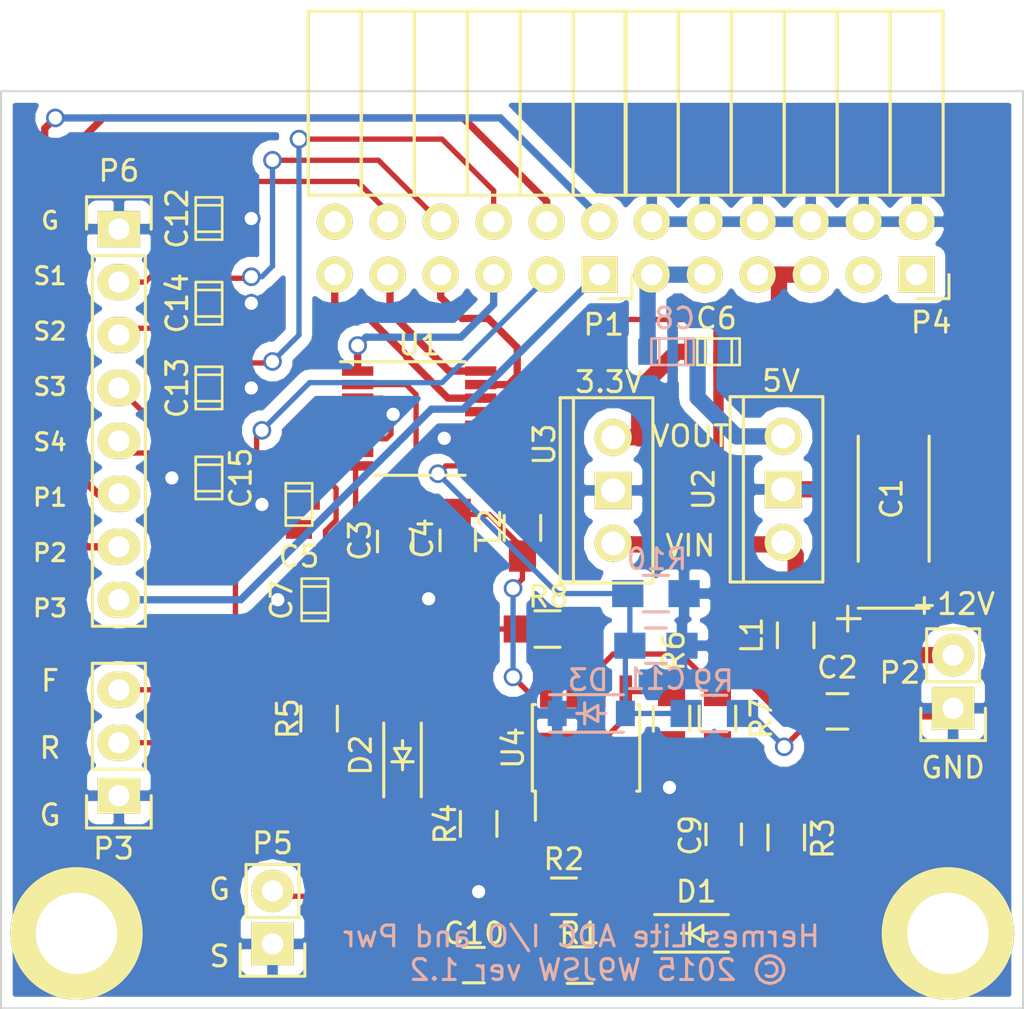
<source format=kicad_pcb>
(kicad_pcb (version 4) (host pcbnew "(2014-10-27 BZR 5228)-product")

  (general
    (links 99)
    (no_connects 0)
    (area 114.949999 95.949999 164.050001 140.050001)
    (thickness 1.6)
    (drawings 14)
    (tracks 309)
    (zones 0)
    (modules 42)
    (nets 41)
  )

  (page A4)
  (layers
    (0 F.Cu signal)
    (31 B.Cu signal)
    (32 B.Adhes user)
    (33 F.Adhes user)
    (34 B.Paste user)
    (35 F.Paste user)
    (36 B.SilkS user)
    (37 F.SilkS user)
    (38 B.Mask user)
    (39 F.Mask user)
    (40 Dwgs.User user)
    (41 Cmts.User user)
    (42 Eco1.User user)
    (43 Eco2.User user)
    (44 Edge.Cuts user)
    (45 Margin user)
    (46 B.CrtYd user)
    (47 F.CrtYd user)
    (48 B.Fab user)
    (49 F.Fab user)
  )

  (setup
    (last_trace_width 0.254)
    (user_trace_width 0.254)
    (user_trace_width 0.35)
    (user_trace_width 0.5)
    (user_trace_width 0.78)
    (trace_clearance 0.19812)
    (zone_clearance 0.508)
    (zone_45_only no)
    (trace_min 0.254)
    (segment_width 0.2)
    (edge_width 0.1)
    (via_size 0.889)
    (via_drill 0.635)
    (via_min_size 0.889)
    (via_min_drill 0.508)
    (uvia_size 0.508)
    (uvia_drill 0.127)
    (uvias_allowed no)
    (uvia_min_size 0.508)
    (uvia_min_drill 0.127)
    (pcb_text_width 0.3)
    (pcb_text_size 1.5 1.5)
    (mod_edge_width 0.15)
    (mod_text_size 1 1)
    (mod_text_width 0.15)
    (pad_size 6.35 6.35)
    (pad_drill 3.9)
    (pad_to_mask_clearance 0)
    (aux_axis_origin 0 0)
    (visible_elements 7FFFFF7F)
    (pcbplotparams
      (layerselection 0x010f0_80000001)
      (usegerberextensions true)
      (excludeedgelayer true)
      (linewidth 0.100000)
      (plotframeref false)
      (viasonmask false)
      (mode 1)
      (useauxorigin true)
      (hpglpennumber 1)
      (hpglpenspeed 20)
      (hpglpendiameter 15)
      (hpglpenoverlay 2)
      (psnegative false)
      (psa4output false)
      (plotreference true)
      (plotvalue true)
      (plotinvisibletext false)
      (padsonsilk false)
      (subtractmaskfromsilk false)
      (outputformat 1)
      (mirror false)
      (drillshape 0)
      (scaleselection 1)
      (outputdirectory gerbers/))
  )

  (net 0 "")
  (net 1 "Net-(C1-Pad1)")
  (net 2 GND)
  (net 3 "Net-(C5-Pad1)")
  (net 4 "Net-(C8-Pad1)")
  (net 5 "Net-(C7-Pad1)")
  (net 6 "Net-(C8-Pad2)")
  (net 7 "Net-(C6-Pad1)")
  (net 8 "Net-(C6-Pad2)")
  (net 9 "Net-(C2-Pad1)")
  (net 10 "Net-(C3-Pad1)")
  (net 11 "Net-(C5-Pad2)")
  (net 12 "Net-(C7-Pad2)")
  (net 13 "Net-(P1-Pad1)")
  (net 14 "Net-(P1-Pad2)")
  (net 15 "Net-(P1-Pad4)")
  (net 16 "Net-(P1-Pad5)")
  (net 17 "Net-(P1-Pad7)")
  (net 18 "Net-(P1-Pad9)")
  (net 19 "Net-(P1-Pad11)")
  (net 20 "Net-(P1-Pad12)")
  (net 21 "Net-(C9-Pad1)")
  (net 22 "Net-(D1-Pad1)")
  (net 23 "Net-(D2-Pad1)")
  (net 24 "Net-(D2-Pad2)")
  (net 25 "Net-(P4-Pad1)")
  (net 26 "Net-(P4-Pad3)")
  (net 27 "Net-(R5-Pad1)")
  (net 28 "Net-(R7-Pad1)")
  (net 29 "Net-(R8-Pad1)")
  (net 30 "Net-(C10-Pad1)")
  (net 31 "Net-(C10-Pad2)")
  (net 32 "Net-(C11-Pad1)")
  (net 33 "Net-(C12-Pad1)")
  (net 34 "Net-(C12-Pad2)")
  (net 35 "Net-(C13-Pad1)")
  (net 36 "Net-(C13-Pad2)")
  (net 37 "Net-(C14-Pad1)")
  (net 38 "Net-(C14-Pad2)")
  (net 39 "Net-(C15-Pad1)")
  (net 40 "Net-(C15-Pad2)")

  (net_class Default "This is the default net class."
    (clearance 0.19812)
    (trace_width 0.254)
    (via_dia 0.889)
    (via_drill 0.635)
    (uvia_dia 0.508)
    (uvia_drill 0.127)
    (add_net GND)
    (add_net "Net-(C1-Pad1)")
    (add_net "Net-(C10-Pad1)")
    (add_net "Net-(C10-Pad2)")
    (add_net "Net-(C11-Pad1)")
    (add_net "Net-(C12-Pad1)")
    (add_net "Net-(C12-Pad2)")
    (add_net "Net-(C13-Pad1)")
    (add_net "Net-(C13-Pad2)")
    (add_net "Net-(C14-Pad1)")
    (add_net "Net-(C14-Pad2)")
    (add_net "Net-(C15-Pad1)")
    (add_net "Net-(C15-Pad2)")
    (add_net "Net-(C2-Pad1)")
    (add_net "Net-(C3-Pad1)")
    (add_net "Net-(C5-Pad2)")
    (add_net "Net-(C6-Pad1)")
    (add_net "Net-(C6-Pad2)")
    (add_net "Net-(C7-Pad1)")
    (add_net "Net-(C7-Pad2)")
    (add_net "Net-(C8-Pad1)")
    (add_net "Net-(C8-Pad2)")
    (add_net "Net-(C9-Pad1)")
    (add_net "Net-(D1-Pad1)")
    (add_net "Net-(D2-Pad1)")
    (add_net "Net-(D2-Pad2)")
    (add_net "Net-(P1-Pad1)")
    (add_net "Net-(P1-Pad11)")
    (add_net "Net-(P1-Pad12)")
    (add_net "Net-(P1-Pad2)")
    (add_net "Net-(P1-Pad4)")
    (add_net "Net-(P1-Pad5)")
    (add_net "Net-(P1-Pad7)")
    (add_net "Net-(P1-Pad9)")
    (add_net "Net-(P4-Pad1)")
    (add_net "Net-(P4-Pad3)")
    (add_net "Net-(R5-Pad1)")
    (add_net "Net-(R7-Pad1)")
    (add_net "Net-(R8-Pad1)")
  )

  (net_class 12V ""
    (clearance 0.254)
    (trace_width 0.635)
    (via_dia 0.889)
    (via_drill 0.635)
    (uvia_dia 0.508)
    (uvia_drill 0.127)
    (add_net "Net-(C5-Pad1)")
  )

  (module Capacitors_Tantalum_SMD:TantalC_SizeC_EIA-6032_HandSoldering (layer F.Cu) (tedit 551AAEED) (tstamp 54B94353)
    (at 157.8 115.55 90)
    (descr "Tantal Cap. , Size C, EIA-6032, Hand Soldering,")
    (tags "Tantal Cap. , Size C, EIA-6032, Hand Soldering,")
    (path /54B82D65)
    (attr smd)
    (fp_text reference C1 (at 0 -0.1 90) (layer F.SilkS)
      (effects (font (size 1 1) (thickness 0.15)))
    )
    (fp_text value "47uF 25V" (at -0.09906 3.59918 90) (layer F.SilkS) hide
      (effects (font (size 1 1) (thickness 0.15)))
    )
    (fp_line (start -5.25018 -1.69926) (end -5.25018 1.69926) (layer F.SilkS) (width 0.15))
    (fp_line (start 2.99974 1.69926) (end -2.99974 1.69926) (layer F.SilkS) (width 0.15))
    (fp_line (start 2.99974 -1.69926) (end -2.99974 -1.69926) (layer F.SilkS) (width 0.15))
    (fp_line (start -5.7531 -2.70256) (end -5.7531 -1.60274) (layer F.SilkS) (width 0.15))
    (fp_line (start -6.35254 -2.20218) (end -5.15366 -2.20218) (layer F.SilkS) (width 0.15))
    (pad 2 smd rect (at 2.99974 0 90) (size 3.50012 1.80086) (layers F.Cu F.Paste F.Mask)
      (net 2 GND))
    (pad 1 smd rect (at -2.99974 0 90) (size 3.50012 1.80086) (layers F.Cu F.Paste F.Mask)
      (net 1 "Net-(C1-Pad1)"))
    (model Capacitors_Tantalum_SMD/TantalC_SizeC_EIA-6032_HandSoldering.wrl
      (at (xyz 0 0 0))
      (scale (xyz 1 1 1))
      (rotate (xyz 0 0 180))
    )
  )

  (module Capacitors_SMD:C_0805_HandSoldering (layer F.Cu) (tedit 551AB344) (tstamp 54B948B7)
    (at 136.9 117.55 270)
    (descr "Capacitor SMD 0805, hand soldering")
    (tags "capacitor 0805")
    (path /551ACF21)
    (attr smd)
    (fp_text reference C4 (at -0.1 1.7 270) (layer F.SilkS)
      (effects (font (size 1 1) (thickness 0.15)))
    )
    (fp_text value 10uF (at 0 2.1 270) (layer F.SilkS) hide
      (effects (font (size 1 1) (thickness 0.15)))
    )
    (fp_line (start -2.3 -1) (end 2.3 -1) (layer F.CrtYd) (width 0.05))
    (fp_line (start -2.3 1) (end 2.3 1) (layer F.CrtYd) (width 0.05))
    (fp_line (start -2.3 -1) (end -2.3 1) (layer F.CrtYd) (width 0.05))
    (fp_line (start 2.3 -1) (end 2.3 1) (layer F.CrtYd) (width 0.05))
    (fp_line (start 0.5 -0.85) (end -0.5 -0.85) (layer F.SilkS) (width 0.15))
    (fp_line (start -0.5 0.85) (end 0.5 0.85) (layer F.SilkS) (width 0.15))
    (pad 1 smd rect (at -1.25 0 270) (size 1.5 1.25) (layers F.Cu F.Paste F.Mask)
      (net 10 "Net-(C3-Pad1)"))
    (pad 2 smd rect (at 1.25 0 270) (size 1.5 1.25) (layers F.Cu F.Paste F.Mask)
      (net 2 GND))
    (model Capacitors_SMD/C_0805_HandSoldering.wrl
      (at (xyz 0 0 0))
      (scale (xyz 1 1 1))
      (rotate (xyz 0 0 0))
    )
  )

  (module Capacitors_SMD:C_0805_HandSoldering (layer F.Cu) (tedit 55310024) (tstamp 54BA553D)
    (at 133.9 117.6 270)
    (descr "Capacitor SMD 0805, hand soldering")
    (tags "capacitor 0805")
    (path /551ACFBF)
    (attr smd)
    (fp_text reference C3 (at -0.05 1.7 270) (layer F.SilkS)
      (effects (font (size 1 1) (thickness 0.15)))
    )
    (fp_text value 100nF (at 0 2.1 270) (layer F.SilkS) hide
      (effects (font (size 1 1) (thickness 0.15)))
    )
    (fp_line (start -2.3 -1) (end 2.3 -1) (layer F.CrtYd) (width 0.05))
    (fp_line (start -2.3 1) (end 2.3 1) (layer F.CrtYd) (width 0.05))
    (fp_line (start -2.3 -1) (end -2.3 1) (layer F.CrtYd) (width 0.05))
    (fp_line (start 2.3 -1) (end 2.3 1) (layer F.CrtYd) (width 0.05))
    (fp_line (start 0.5 -0.85) (end -0.5 -0.85) (layer F.SilkS) (width 0.15))
    (fp_line (start -0.5 0.85) (end 0.5 0.85) (layer F.SilkS) (width 0.15))
    (pad 1 smd rect (at -1.25 0 270) (size 1.5 1.25) (layers F.Cu F.Paste F.Mask)
      (net 10 "Net-(C3-Pad1)"))
    (pad 2 smd rect (at 1.25 0 270) (size 1.5 1.25) (layers F.Cu F.Paste F.Mask)
      (net 2 GND))
    (model Capacitors_SMD/C_0805_HandSoldering.wrl
      (at (xyz 0 0 0))
      (scale (xyz 1 1 1))
      (rotate (xyz 0 0 0))
    )
  )

  (module Capacitors_SMD:C_0805_HandSoldering (layer F.Cu) (tedit 551AB339) (tstamp 551AAAA4)
    (at 155.1 125.75)
    (descr "Capacitor SMD 0805, hand soldering")
    (tags "capacitor 0805")
    (path /551AAA77)
    (attr smd)
    (fp_text reference C2 (at 0 -2.1) (layer F.SilkS)
      (effects (font (size 1 1) (thickness 0.15)))
    )
    (fp_text value 10uF (at 0 2.1) (layer F.Fab) hide
      (effects (font (size 1 1) (thickness 0.15)))
    )
    (fp_line (start -2.3 -1) (end 2.3 -1) (layer F.CrtYd) (width 0.05))
    (fp_line (start -2.3 1) (end 2.3 1) (layer F.CrtYd) (width 0.05))
    (fp_line (start -2.3 -1) (end -2.3 1) (layer F.CrtYd) (width 0.05))
    (fp_line (start 2.3 -1) (end 2.3 1) (layer F.CrtYd) (width 0.05))
    (fp_line (start 0.5 -0.85) (end -0.5 -0.85) (layer F.SilkS) (width 0.15))
    (fp_line (start -0.5 0.85) (end 0.5 0.85) (layer F.SilkS) (width 0.15))
    (pad 1 smd rect (at -1.25 0) (size 1.5 1.25) (layers F.Cu F.Paste F.Mask)
      (net 9 "Net-(C2-Pad1)"))
    (pad 2 smd rect (at 1.25 0) (size 1.5 1.25) (layers F.Cu F.Paste F.Mask)
      (net 2 GND))
    (model Capacitors_SMD.3dshapes/C_0805_HandSoldering.wrl
      (at (xyz 0 0 0))
      (scale (xyz 1 1 1))
      (rotate (xyz 0 0 0))
    )
  )

  (module SMDCAP:cfeed_0805 (layer F.Cu) (tedit 551AB3FF) (tstamp 551AAAA9)
    (at 129.286 115.824 90)
    (descr "SMT FeedThrough capacitor, 0805")
    (path /551ACA07)
    (fp_text reference C5 (at -2.5 0 180) (layer F.SilkS)
      (effects (font (size 1 1) (thickness 0.15)))
    )
    (fp_text value NFM21PC224R1C3D (at 0 0.9906 90) (layer F.SilkS) hide
      (effects (font (size 0.29972 0.29972) (thickness 0.06096)))
    )
    (fp_line (start 0.635 -0.635) (end 0.635 0.635) (layer F.SilkS) (width 0.127))
    (fp_line (start -0.635 -0.635) (end -0.635 0.6096) (layer F.SilkS) (width 0.127))
    (fp_line (start -1.016 -0.635) (end 1.016 -0.635) (layer F.SilkS) (width 0.127))
    (fp_line (start 1.016 -0.635) (end 1.016 0.635) (layer F.SilkS) (width 0.127))
    (fp_line (start 1.016 0.635) (end -1.016 0.635) (layer F.SilkS) (width 0.127))
    (fp_line (start -1.016 0.635) (end -1.016 -0.635) (layer F.SilkS) (width 0.127))
    (pad 1 smd rect (at 1.19888 0 90) (size 0.89916 1.24968) (layers F.Cu F.Paste F.Mask)
      (net 3 "Net-(C5-Pad1)"))
    (pad 2 smd rect (at -1.19888 0 90) (size 0.89916 1.24968) (layers F.Cu F.Paste F.Mask)
      (net 11 "Net-(C5-Pad2)"))
    (pad 3 smd rect (at 0 0 90) (size 0.50038 1.99898) (layers F.Cu F.Paste F.Mask)
      (net 2 GND))
    (model walter\smd_cap\c_0805.wrl
      (at (xyz 0 0 0))
      (scale (xyz 1 1 1))
      (rotate (xyz 0 0 0))
    )
  )

  (module SMDCAP:cfeed_0805 (layer F.Cu) (tedit 551AB55A) (tstamp 551AAAAF)
    (at 149.4 108.5 180)
    (descr "SMT FeedThrough capacitor, 0805")
    (path /551ABCE9)
    (fp_text reference C6 (at 0.1 1.6 180) (layer F.SilkS)
      (effects (font (size 1 1) (thickness 0.15)))
    )
    (fp_text value NFM21PC224R1C3D (at 0 0.9906 180) (layer F.SilkS) hide
      (effects (font (size 0.29972 0.29972) (thickness 0.06096)))
    )
    (fp_line (start 0.635 -0.635) (end 0.635 0.635) (layer F.SilkS) (width 0.127))
    (fp_line (start -0.635 -0.635) (end -0.635 0.6096) (layer F.SilkS) (width 0.127))
    (fp_line (start -1.016 -0.635) (end 1.016 -0.635) (layer F.SilkS) (width 0.127))
    (fp_line (start 1.016 -0.635) (end 1.016 0.635) (layer F.SilkS) (width 0.127))
    (fp_line (start 1.016 0.635) (end -1.016 0.635) (layer F.SilkS) (width 0.127))
    (fp_line (start -1.016 0.635) (end -1.016 -0.635) (layer F.SilkS) (width 0.127))
    (pad 1 smd rect (at 1.19888 0 180) (size 0.89916 1.24968) (layers F.Cu F.Paste F.Mask)
      (net 7 "Net-(C6-Pad1)"))
    (pad 2 smd rect (at -1.19888 0 180) (size 0.89916 1.24968) (layers F.Cu F.Paste F.Mask)
      (net 8 "Net-(C6-Pad2)"))
    (pad 3 smd rect (at 0 0 180) (size 0.50038 1.99898) (layers F.Cu F.Paste F.Mask)
      (net 2 GND))
    (model walter\smd_cap\c_0805.wrl
      (at (xyz 0 0 0))
      (scale (xyz 1 1 1))
      (rotate (xyz 0 0 0))
    )
  )

  (module SMDCAP:cfeed_0805 (layer F.Cu) (tedit 551AB3E7) (tstamp 551AAAB5)
    (at 130.048 120.396 90)
    (descr "SMT FeedThrough capacitor, 0805")
    (path /551ACA68)
    (fp_text reference C7 (at 0 -1.6 90) (layer F.SilkS)
      (effects (font (size 1 1) (thickness 0.15)))
    )
    (fp_text value NFM21PC224R1C3D (at 0 0.9906 90) (layer F.SilkS) hide
      (effects (font (size 0.29972 0.29972) (thickness 0.06096)))
    )
    (fp_line (start 0.635 -0.635) (end 0.635 0.635) (layer F.SilkS) (width 0.127))
    (fp_line (start -0.635 -0.635) (end -0.635 0.6096) (layer F.SilkS) (width 0.127))
    (fp_line (start -1.016 -0.635) (end 1.016 -0.635) (layer F.SilkS) (width 0.127))
    (fp_line (start 1.016 -0.635) (end 1.016 0.635) (layer F.SilkS) (width 0.127))
    (fp_line (start 1.016 0.635) (end -1.016 0.635) (layer F.SilkS) (width 0.127))
    (fp_line (start -1.016 0.635) (end -1.016 -0.635) (layer F.SilkS) (width 0.127))
    (pad 1 smd rect (at 1.19888 0 90) (size 0.89916 1.24968) (layers F.Cu F.Paste F.Mask)
      (net 5 "Net-(C7-Pad1)"))
    (pad 2 smd rect (at -1.19888 0 90) (size 0.89916 1.24968) (layers F.Cu F.Paste F.Mask)
      (net 12 "Net-(C7-Pad2)"))
    (pad 3 smd rect (at 0 0 90) (size 0.50038 1.99898) (layers F.Cu F.Paste F.Mask)
      (net 2 GND))
    (model walter\smd_cap\c_0805.wrl
      (at (xyz 0 0 0))
      (scale (xyz 1 1 1))
      (rotate (xyz 0 0 0))
    )
  )

  (module SMDCAP:cfeed_0805 (layer B.Cu) (tedit 551AB55F) (tstamp 551AAABB)
    (at 147.2 108.5)
    (descr "SMT FeedThrough capacitor, 0805")
    (path /551ABD48)
    (fp_text reference C8 (at 0.1 -1.6) (layer B.SilkS)
      (effects (font (size 1 1) (thickness 0.15)) (justify mirror))
    )
    (fp_text value NFM21PC224R1C3D (at 0 -0.9906) (layer B.SilkS) hide
      (effects (font (size 0.29972 0.29972) (thickness 0.06096)) (justify mirror))
    )
    (fp_line (start 0.635 0.635) (end 0.635 -0.635) (layer B.SilkS) (width 0.127))
    (fp_line (start -0.635 0.635) (end -0.635 -0.6096) (layer B.SilkS) (width 0.127))
    (fp_line (start -1.016 0.635) (end 1.016 0.635) (layer B.SilkS) (width 0.127))
    (fp_line (start 1.016 0.635) (end 1.016 -0.635) (layer B.SilkS) (width 0.127))
    (fp_line (start 1.016 -0.635) (end -1.016 -0.635) (layer B.SilkS) (width 0.127))
    (fp_line (start -1.016 -0.635) (end -1.016 0.635) (layer B.SilkS) (width 0.127))
    (pad 1 smd rect (at 1.19888 0) (size 0.89916 1.24968) (layers B.Cu B.Paste B.Mask)
      (net 4 "Net-(C8-Pad1)"))
    (pad 2 smd rect (at -1.19888 0) (size 0.89916 1.24968) (layers B.Cu B.Paste B.Mask)
      (net 6 "Net-(C8-Pad2)"))
    (pad 3 smd rect (at 0 0) (size 0.50038 1.99898) (layers B.Cu B.Paste B.Mask)
      (net 2 GND))
    (model walter\smd_cap\c_0805.wrl
      (at (xyz 0 0 0))
      (scale (xyz 1 1 1))
      (rotate (xyz 0 0 0))
    )
  )

  (module Pin_Headers:Pin_Header_Straight_1x02 (layer F.Cu) (tedit 55312405) (tstamp 551AAAD0)
    (at 160.65 125.6 180)
    (descr "Through hole pin header")
    (tags "pin header")
    (path /54B93508)
    (fp_text reference P2 (at 2.55 1.7 180) (layer F.SilkS)
      (effects (font (size 1 1) (thickness 0.15)))
    )
    (fp_text value CONN_01X02 (at 0 -3.1 180) (layer F.Fab) hide
      (effects (font (size 1 1) (thickness 0.15)))
    )
    (fp_line (start 1.27 1.27) (end 1.27 3.81) (layer F.SilkS) (width 0.15))
    (fp_line (start 1.55 -1.55) (end 1.55 0) (layer F.SilkS) (width 0.15))
    (fp_line (start -1.75 -1.75) (end -1.75 4.3) (layer F.CrtYd) (width 0.05))
    (fp_line (start 1.75 -1.75) (end 1.75 4.3) (layer F.CrtYd) (width 0.05))
    (fp_line (start -1.75 -1.75) (end 1.75 -1.75) (layer F.CrtYd) (width 0.05))
    (fp_line (start -1.75 4.3) (end 1.75 4.3) (layer F.CrtYd) (width 0.05))
    (fp_line (start 1.27 1.27) (end -1.27 1.27) (layer F.SilkS) (width 0.15))
    (fp_line (start -1.55 0) (end -1.55 -1.55) (layer F.SilkS) (width 0.15))
    (fp_line (start -1.55 -1.55) (end 1.55 -1.55) (layer F.SilkS) (width 0.15))
    (fp_line (start -1.27 1.27) (end -1.27 3.81) (layer F.SilkS) (width 0.15))
    (fp_line (start -1.27 3.81) (end 1.27 3.81) (layer F.SilkS) (width 0.15))
    (pad 1 thru_hole rect (at 0 0 180) (size 2.032 2.032) (drill 1.016) (layers *.Cu *.Mask F.SilkS)
      (net 2 GND))
    (pad 2 thru_hole oval (at 0 2.54 180) (size 2.032 2.032) (drill 1.016) (layers *.Cu *.Mask F.SilkS)
      (net 1 "Net-(C1-Pad1)"))
    (model Pin_Headers.3dshapes/Pin_Header_Straight_1x02.wrl
      (at (xyz 0 -0.05 0))
      (scale (xyz 1 1 1))
      (rotate (xyz 0 0 90))
    )
  )

  (module Pin_Headers:Pin_Header_Straight_1x03 (layer F.Cu) (tedit 558FEA72) (tstamp 551AAADB)
    (at 120.65 129.794 180)
    (descr "Through hole pin header")
    (tags "pin header")
    (path /551AC844)
    (fp_text reference P3 (at 0.254 -2.54 180) (layer F.SilkS)
      (effects (font (size 1 1) (thickness 0.15)))
    )
    (fp_text value CONN_01X03 (at 0 -3.1 180) (layer F.Fab) hide
      (effects (font (size 1 1) (thickness 0.15)))
    )
    (fp_line (start -1.75 -1.75) (end -1.75 6.85) (layer F.CrtYd) (width 0.05))
    (fp_line (start 1.75 -1.75) (end 1.75 6.85) (layer F.CrtYd) (width 0.05))
    (fp_line (start -1.75 -1.75) (end 1.75 -1.75) (layer F.CrtYd) (width 0.05))
    (fp_line (start -1.75 6.85) (end 1.75 6.85) (layer F.CrtYd) (width 0.05))
    (fp_line (start -1.27 1.27) (end -1.27 6.35) (layer F.SilkS) (width 0.15))
    (fp_line (start -1.27 6.35) (end 1.27 6.35) (layer F.SilkS) (width 0.15))
    (fp_line (start 1.27 6.35) (end 1.27 1.27) (layer F.SilkS) (width 0.15))
    (fp_line (start 1.55 -1.55) (end 1.55 0) (layer F.SilkS) (width 0.15))
    (fp_line (start 1.27 1.27) (end -1.27 1.27) (layer F.SilkS) (width 0.15))
    (fp_line (start -1.55 0) (end -1.55 -1.55) (layer F.SilkS) (width 0.15))
    (fp_line (start -1.55 -1.55) (end 1.55 -1.55) (layer F.SilkS) (width 0.15))
    (pad 1 thru_hole rect (at 0 0 180) (size 2.032 1.7272) (drill 1.016) (layers *.Cu *.Mask F.SilkS)
      (net 2 GND))
    (pad 2 thru_hole oval (at 0 2.54 180) (size 2.032 1.7272) (drill 1.016) (layers *.Cu *.Mask F.SilkS)
      (net 12 "Net-(C7-Pad2)"))
    (pad 3 thru_hole oval (at 0 5.08 180) (size 2.032 1.7272) (drill 1.016) (layers *.Cu *.Mask F.SilkS)
      (net 11 "Net-(C5-Pad2)"))
    (model Pin_Headers.3dshapes/Pin_Header_Straight_1x03.wrl
      (at (xyz 0 -0.1 0))
      (scale (xyz 1 1 1))
      (rotate (xyz 0 0 90))
    )
  )

  (module Socket_Strips:Socket_Strip_Angled_2x06 (layer F.Cu) (tedit 551AB356) (tstamp 551AAD64)
    (at 143.7 104.8 180)
    (descr "Through hole socket strip")
    (tags "socket strip")
    (path /551AC0E2)
    (fp_text reference P1 (at -0.2 -2.4 180) (layer F.SilkS)
      (effects (font (size 1 1) (thickness 0.15)))
    )
    (fp_text value "CN3 from HL" (at 0 -2.6 180) (layer F.Fab) hide
      (effects (font (size 1 1) (thickness 0.15)))
    )
    (fp_line (start -1.75 -1.35) (end -1.75 13.15) (layer F.CrtYd) (width 0.05))
    (fp_line (start 14.45 -1.35) (end 14.45 13.15) (layer F.CrtYd) (width 0.05))
    (fp_line (start -1.75 -1.35) (end 14.45 -1.35) (layer F.CrtYd) (width 0.05))
    (fp_line (start -1.75 13.15) (end 14.45 13.15) (layer F.CrtYd) (width 0.05))
    (fp_line (start 13.97 12.64) (end 13.97 3.81) (layer F.SilkS) (width 0.15))
    (fp_line (start 11.43 12.64) (end 13.97 12.64) (layer F.SilkS) (width 0.15))
    (fp_line (start 11.43 3.81) (end 13.97 3.81) (layer F.SilkS) (width 0.15))
    (fp_line (start 13.97 3.81) (end 13.97 12.64) (layer F.SilkS) (width 0.15))
    (fp_line (start 11.43 3.81) (end 11.43 12.64) (layer F.SilkS) (width 0.15))
    (fp_line (start 8.89 3.81) (end 11.43 3.81) (layer F.SilkS) (width 0.15))
    (fp_line (start 8.89 12.64) (end 11.43 12.64) (layer F.SilkS) (width 0.15))
    (fp_line (start 11.43 12.64) (end 11.43 3.81) (layer F.SilkS) (width 0.15))
    (fp_line (start 8.89 12.64) (end 8.89 3.81) (layer F.SilkS) (width 0.15))
    (fp_line (start 6.35 12.64) (end 8.89 12.64) (layer F.SilkS) (width 0.15))
    (fp_line (start 6.35 3.81) (end 8.89 3.81) (layer F.SilkS) (width 0.15))
    (fp_line (start 8.89 3.81) (end 8.89 12.64) (layer F.SilkS) (width 0.15))
    (fp_line (start 6.35 3.81) (end 6.35 12.64) (layer F.SilkS) (width 0.15))
    (fp_line (start 3.81 3.81) (end 6.35 3.81) (layer F.SilkS) (width 0.15))
    (fp_line (start 3.81 12.64) (end 6.35 12.64) (layer F.SilkS) (width 0.15))
    (fp_line (start 6.35 12.64) (end 6.35 3.81) (layer F.SilkS) (width 0.15))
    (fp_line (start 3.81 12.64) (end 3.81 3.81) (layer F.SilkS) (width 0.15))
    (fp_line (start 1.27 12.64) (end 3.81 12.64) (layer F.SilkS) (width 0.15))
    (fp_line (start 1.27 3.81) (end 3.81 3.81) (layer F.SilkS) (width 0.15))
    (fp_line (start 3.81 3.81) (end 3.81 12.64) (layer F.SilkS) (width 0.15))
    (fp_line (start 1.27 3.81) (end 1.27 12.64) (layer F.SilkS) (width 0.15))
    (fp_line (start -1.27 3.81) (end 1.27 3.81) (layer F.SilkS) (width 0.15))
    (fp_line (start 0 -1.15) (end -1.55 -1.15) (layer F.SilkS) (width 0.15))
    (fp_line (start -1.55 -1.15) (end -1.55 0) (layer F.SilkS) (width 0.15))
    (fp_line (start -1.27 3.81) (end -1.27 12.64) (layer F.SilkS) (width 0.15))
    (fp_line (start -1.27 12.64) (end 1.27 12.64) (layer F.SilkS) (width 0.15))
    (fp_line (start 1.27 12.64) (end 1.27 3.81) (layer F.SilkS) (width 0.15))
    (pad 1 thru_hole rect (at 0 0 180) (size 1.7272 1.7272) (drill 1.016) (layers *.Cu *.Mask F.SilkS)
      (net 13 "Net-(P1-Pad1)"))
    (pad 2 thru_hole oval (at 0 2.54 180) (size 1.7272 1.7272) (drill 1.016) (layers *.Cu *.Mask F.SilkS)
      (net 14 "Net-(P1-Pad2)"))
    (pad 3 thru_hole oval (at 2.54 0 180) (size 1.7272 1.7272) (drill 1.016) (layers *.Cu *.Mask F.SilkS)
      (net 40 "Net-(C15-Pad2)"))
    (pad 4 thru_hole oval (at 2.54 2.54 180) (size 1.7272 1.7272) (drill 1.016) (layers *.Cu *.Mask F.SilkS)
      (net 15 "Net-(P1-Pad4)"))
    (pad 5 thru_hole oval (at 5.08 0 180) (size 1.7272 1.7272) (drill 1.016) (layers *.Cu *.Mask F.SilkS)
      (net 16 "Net-(P1-Pad5)"))
    (pad 6 thru_hole oval (at 5.08 2.54 180) (size 1.7272 1.7272) (drill 1.016) (layers *.Cu *.Mask F.SilkS)
      (net 36 "Net-(C13-Pad2)"))
    (pad 7 thru_hole oval (at 7.62 0 180) (size 1.7272 1.7272) (drill 1.016) (layers *.Cu *.Mask F.SilkS)
      (net 17 "Net-(P1-Pad7)"))
    (pad 8 thru_hole oval (at 7.62 2.54 180) (size 1.7272 1.7272) (drill 1.016) (layers *.Cu *.Mask F.SilkS)
      (net 38 "Net-(C14-Pad2)"))
    (pad 9 thru_hole oval (at 10.16 0 180) (size 1.7272 1.7272) (drill 1.016) (layers *.Cu *.Mask F.SilkS)
      (net 18 "Net-(P1-Pad9)"))
    (pad 10 thru_hole oval (at 10.16 2.54 180) (size 1.7272 1.7272) (drill 1.016) (layers *.Cu *.Mask F.SilkS)
      (net 34 "Net-(C12-Pad2)"))
    (pad 11 thru_hole oval (at 12.7 0 180) (size 1.7272 1.7272) (drill 1.016) (layers *.Cu *.Mask F.SilkS)
      (net 19 "Net-(P1-Pad11)"))
    (pad 12 thru_hole oval (at 12.7 2.54 180) (size 1.7272 1.7272) (drill 1.016) (layers *.Cu *.Mask F.SilkS)
      (net 20 "Net-(P1-Pad12)"))
    (model Socket_Strips.3dshapes/Socket_Strip_Angled_2x06.wrl
      (at (xyz 0.25 -0.05 0))
      (scale (xyz 1 1 1))
      (rotate (xyz 0 0 180))
    )
  )

  (module Socket_Strips:Socket_Strip_Angled_2x06 (layer F.Cu) (tedit 551AB352) (tstamp 551AAD73)
    (at 158.9 104.8 180)
    (descr "Through hole socket strip")
    (tags "socket strip")
    (path /551AAD48)
    (fp_text reference P4 (at -0.7 -2.3 180) (layer F.SilkS)
      (effects (font (size 1 1) (thickness 0.15)))
    )
    (fp_text value CONN_02X06 (at 0 -2.6 180) (layer F.Fab) hide
      (effects (font (size 1 1) (thickness 0.15)))
    )
    (fp_line (start -1.75 -1.35) (end -1.75 13.15) (layer F.CrtYd) (width 0.05))
    (fp_line (start 14.45 -1.35) (end 14.45 13.15) (layer F.CrtYd) (width 0.05))
    (fp_line (start -1.75 -1.35) (end 14.45 -1.35) (layer F.CrtYd) (width 0.05))
    (fp_line (start -1.75 13.15) (end 14.45 13.15) (layer F.CrtYd) (width 0.05))
    (fp_line (start 13.97 12.64) (end 13.97 3.81) (layer F.SilkS) (width 0.15))
    (fp_line (start 11.43 12.64) (end 13.97 12.64) (layer F.SilkS) (width 0.15))
    (fp_line (start 11.43 3.81) (end 13.97 3.81) (layer F.SilkS) (width 0.15))
    (fp_line (start 13.97 3.81) (end 13.97 12.64) (layer F.SilkS) (width 0.15))
    (fp_line (start 11.43 3.81) (end 11.43 12.64) (layer F.SilkS) (width 0.15))
    (fp_line (start 8.89 3.81) (end 11.43 3.81) (layer F.SilkS) (width 0.15))
    (fp_line (start 8.89 12.64) (end 11.43 12.64) (layer F.SilkS) (width 0.15))
    (fp_line (start 11.43 12.64) (end 11.43 3.81) (layer F.SilkS) (width 0.15))
    (fp_line (start 8.89 12.64) (end 8.89 3.81) (layer F.SilkS) (width 0.15))
    (fp_line (start 6.35 12.64) (end 8.89 12.64) (layer F.SilkS) (width 0.15))
    (fp_line (start 6.35 3.81) (end 8.89 3.81) (layer F.SilkS) (width 0.15))
    (fp_line (start 8.89 3.81) (end 8.89 12.64) (layer F.SilkS) (width 0.15))
    (fp_line (start 6.35 3.81) (end 6.35 12.64) (layer F.SilkS) (width 0.15))
    (fp_line (start 3.81 3.81) (end 6.35 3.81) (layer F.SilkS) (width 0.15))
    (fp_line (start 3.81 12.64) (end 6.35 12.64) (layer F.SilkS) (width 0.15))
    (fp_line (start 6.35 12.64) (end 6.35 3.81) (layer F.SilkS) (width 0.15))
    (fp_line (start 3.81 12.64) (end 3.81 3.81) (layer F.SilkS) (width 0.15))
    (fp_line (start 1.27 12.64) (end 3.81 12.64) (layer F.SilkS) (width 0.15))
    (fp_line (start 1.27 3.81) (end 3.81 3.81) (layer F.SilkS) (width 0.15))
    (fp_line (start 3.81 3.81) (end 3.81 12.64) (layer F.SilkS) (width 0.15))
    (fp_line (start 1.27 3.81) (end 1.27 12.64) (layer F.SilkS) (width 0.15))
    (fp_line (start -1.27 3.81) (end 1.27 3.81) (layer F.SilkS) (width 0.15))
    (fp_line (start 0 -1.15) (end -1.55 -1.15) (layer F.SilkS) (width 0.15))
    (fp_line (start -1.55 -1.15) (end -1.55 0) (layer F.SilkS) (width 0.15))
    (fp_line (start -1.27 3.81) (end -1.27 12.64) (layer F.SilkS) (width 0.15))
    (fp_line (start -1.27 12.64) (end 1.27 12.64) (layer F.SilkS) (width 0.15))
    (fp_line (start 1.27 12.64) (end 1.27 3.81) (layer F.SilkS) (width 0.15))
    (pad 1 thru_hole rect (at 0 0 180) (size 1.7272 1.7272) (drill 1.016) (layers *.Cu *.Mask F.SilkS)
      (net 25 "Net-(P4-Pad1)"))
    (pad 2 thru_hole oval (at 0 2.54 180) (size 1.7272 1.7272) (drill 1.016) (layers *.Cu *.Mask F.SilkS)
      (net 2 GND))
    (pad 3 thru_hole oval (at 2.54 0 180) (size 1.7272 1.7272) (drill 1.016) (layers *.Cu *.Mask F.SilkS)
      (net 26 "Net-(P4-Pad3)"))
    (pad 4 thru_hole oval (at 2.54 2.54 180) (size 1.7272 1.7272) (drill 1.016) (layers *.Cu *.Mask F.SilkS)
      (net 2 GND))
    (pad 5 thru_hole oval (at 5.08 0 180) (size 1.7272 1.7272) (drill 1.016) (layers *.Cu *.Mask F.SilkS)
      (net 8 "Net-(C6-Pad2)"))
    (pad 6 thru_hole oval (at 5.08 2.54 180) (size 1.7272 1.7272) (drill 1.016) (layers *.Cu *.Mask F.SilkS)
      (net 2 GND))
    (pad 7 thru_hole oval (at 7.62 0 180) (size 1.7272 1.7272) (drill 1.016) (layers *.Cu *.Mask F.SilkS)
      (net 8 "Net-(C6-Pad2)"))
    (pad 8 thru_hole oval (at 7.62 2.54 180) (size 1.7272 1.7272) (drill 1.016) (layers *.Cu *.Mask F.SilkS)
      (net 2 GND))
    (pad 9 thru_hole oval (at 10.16 0 180) (size 1.7272 1.7272) (drill 1.016) (layers *.Cu *.Mask F.SilkS)
      (net 6 "Net-(C8-Pad2)"))
    (pad 10 thru_hole oval (at 10.16 2.54 180) (size 1.7272 1.7272) (drill 1.016) (layers *.Cu *.Mask F.SilkS)
      (net 2 GND))
    (pad 11 thru_hole oval (at 12.7 0 180) (size 1.7272 1.7272) (drill 1.016) (layers *.Cu *.Mask F.SilkS)
      (net 6 "Net-(C8-Pad2)"))
    (pad 12 thru_hole oval (at 12.7 2.54 180) (size 1.7272 1.7272) (drill 1.016) (layers *.Cu *.Mask F.SilkS)
      (net 2 GND))
    (model Socket_Strips.3dshapes/Socket_Strip_Angled_2x06.wrl
      (at (xyz 0.25 -0.05 0))
      (scale (xyz 1 1 1))
      (rotate (xyz 0 0 180))
    )
  )

  (module Discret:LM78XXV (layer F.Cu) (tedit 551AAE63) (tstamp 551AAEA5)
    (at 152.5 115.1 180)
    (descr "Regulateur TO220 serie LM78xx")
    (tags "TR TO220")
    (path /551AA861)
    (fp_text reference U2 (at 3.81 0 270) (layer F.SilkS)
      (effects (font (size 1 1) (thickness 0.15)))
    )
    (fp_text value "Oki 5V Reg" (at -3.175 -0.635 270) (layer F.Fab) hide
      (effects (font (size 1 1) (thickness 0.15)))
    )
    (fp_line (start 1.905 -4.445) (end 2.54 -4.445) (layer F.SilkS) (width 0.15))
    (fp_line (start 2.54 -4.445) (end 2.54 4.445) (layer F.SilkS) (width 0.15))
    (fp_line (start 2.54 4.445) (end 1.905 4.445) (layer F.SilkS) (width 0.15))
    (fp_line (start -1.905 -4.445) (end 1.905 -4.445) (layer F.SilkS) (width 0.15))
    (fp_line (start 1.905 -4.445) (end 1.905 4.445) (layer F.SilkS) (width 0.15))
    (fp_line (start 1.905 4.445) (end -1.905 4.445) (layer F.SilkS) (width 0.15))
    (fp_line (start -1.905 4.445) (end -1.905 -4.445) (layer F.SilkS) (width 0.15))
    (pad VI thru_hole circle (at 0 -2.54 180) (size 1.778 1.778) (drill 1.143) (layers *.Cu *.Mask F.SilkS)
      (net 9 "Net-(C2-Pad1)"))
    (pad GND thru_hole rect (at 0 0 180) (size 1.778 1.778) (drill 1.143) (layers *.Cu *.Mask F.SilkS)
      (net 2 GND))
    (pad VO thru_hole circle (at 0 2.54 180) (size 1.778 1.778) (drill 1.143) (layers *.Cu *.Mask F.SilkS)
      (net 4 "Net-(C8-Pad1)"))
  )

  (module Discret:LM78XXV (layer F.Cu) (tedit 5554C86D) (tstamp 551AAEAB)
    (at 144.35 115.15 180)
    (descr "Regulateur TO220 serie LM78xx")
    (tags "TR TO220")
    (path /551AB4F2)
    (fp_text reference U3 (at 3.3 2.2 270) (layer F.SilkS)
      (effects (font (size 1 1) (thickness 0.15)))
    )
    (fp_text value "Oki 3.3V Reg" (at -3.175 -0.635 270) (layer F.Fab) hide
      (effects (font (size 1 1) (thickness 0.15)))
    )
    (fp_line (start 1.905 -4.445) (end 2.54 -4.445) (layer F.SilkS) (width 0.15))
    (fp_line (start 2.54 -4.445) (end 2.54 4.445) (layer F.SilkS) (width 0.15))
    (fp_line (start 2.54 4.445) (end 1.905 4.445) (layer F.SilkS) (width 0.15))
    (fp_line (start -1.905 -4.445) (end 1.905 -4.445) (layer F.SilkS) (width 0.15))
    (fp_line (start 1.905 -4.445) (end 1.905 4.445) (layer F.SilkS) (width 0.15))
    (fp_line (start 1.905 4.445) (end -1.905 4.445) (layer F.SilkS) (width 0.15))
    (fp_line (start -1.905 4.445) (end -1.905 -4.445) (layer F.SilkS) (width 0.15))
    (pad VI thru_hole circle (at 0 -2.54 180) (size 1.778 1.778) (drill 1.143) (layers *.Cu *.Mask F.SilkS)
      (net 9 "Net-(C2-Pad1)"))
    (pad GND thru_hole rect (at 0 0 180) (size 1.778 1.778) (drill 1.143) (layers *.Cu *.Mask F.SilkS)
      (net 2 GND))
    (pad VO thru_hole circle (at 0 2.54 180) (size 1.778 1.778) (drill 1.143) (layers *.Cu *.Mask F.SilkS)
      (net 7 "Net-(C6-Pad1)"))
  )

  (module Capacitors_SMD:C_0805_HandSoldering (layer F.Cu) (tedit 55310650) (tstamp 5530FBE9)
    (at 149.65 131.65 90)
    (descr "Capacitor SMD 0805, hand soldering")
    (tags "capacitor 0805")
    (path /5530FFE1)
    (attr smd)
    (fp_text reference C9 (at -0.05 -1.6 90) (layer F.SilkS)
      (effects (font (size 1 1) (thickness 0.15)))
    )
    (fp_text value 100nF (at 0 2.1 90) (layer F.Fab) hide
      (effects (font (size 1 1) (thickness 0.15)))
    )
    (fp_line (start -2.3 -1) (end 2.3 -1) (layer F.CrtYd) (width 0.05))
    (fp_line (start -2.3 1) (end 2.3 1) (layer F.CrtYd) (width 0.05))
    (fp_line (start -2.3 -1) (end -2.3 1) (layer F.CrtYd) (width 0.05))
    (fp_line (start 2.3 -1) (end 2.3 1) (layer F.CrtYd) (width 0.05))
    (fp_line (start 0.5 -0.85) (end -0.5 -0.85) (layer F.SilkS) (width 0.15))
    (fp_line (start -0.5 0.85) (end 0.5 0.85) (layer F.SilkS) (width 0.15))
    (pad 1 smd rect (at -1.25 0 90) (size 1.5 1.25) (layers F.Cu F.Paste F.Mask)
      (net 21 "Net-(C9-Pad1)"))
    (pad 2 smd rect (at 1.25 0 90) (size 1.5 1.25) (layers F.Cu F.Paste F.Mask)
      (net 2 GND))
    (model Capacitors_SMD.3dshapes/C_0805_HandSoldering.wrl
      (at (xyz 0 0 0))
      (scale (xyz 1 1 1))
      (rotate (xyz 0 0 0))
    )
  )

  (module Pin_Headers:Pin_Header_Straight_1x02 (layer F.Cu) (tedit 558BFC38) (tstamp 5530FBFB)
    (at 128.016 136.906 180)
    (descr "Through hole pin header")
    (tags "pin header")
    (path /5530F5B6)
    (fp_text reference P5 (at 0 4.826 180) (layer F.SilkS)
      (effects (font (size 1 1) (thickness 0.15)))
    )
    (fp_text value CONN_01X02 (at 0 -3.1 180) (layer F.Fab) hide
      (effects (font (size 1 1) (thickness 0.15)))
    )
    (fp_line (start 1.27 1.27) (end 1.27 3.81) (layer F.SilkS) (width 0.15))
    (fp_line (start 1.55 -1.55) (end 1.55 0) (layer F.SilkS) (width 0.15))
    (fp_line (start -1.75 -1.75) (end -1.75 4.3) (layer F.CrtYd) (width 0.05))
    (fp_line (start 1.75 -1.75) (end 1.75 4.3) (layer F.CrtYd) (width 0.05))
    (fp_line (start -1.75 -1.75) (end 1.75 -1.75) (layer F.CrtYd) (width 0.05))
    (fp_line (start -1.75 4.3) (end 1.75 4.3) (layer F.CrtYd) (width 0.05))
    (fp_line (start 1.27 1.27) (end -1.27 1.27) (layer F.SilkS) (width 0.15))
    (fp_line (start -1.55 0) (end -1.55 -1.55) (layer F.SilkS) (width 0.15))
    (fp_line (start -1.55 -1.55) (end 1.55 -1.55) (layer F.SilkS) (width 0.15))
    (fp_line (start -1.27 1.27) (end -1.27 3.81) (layer F.SilkS) (width 0.15))
    (fp_line (start -1.27 3.81) (end 1.27 3.81) (layer F.SilkS) (width 0.15))
    (pad 1 thru_hole rect (at 0 0 180) (size 2.032 2.032) (drill 1.016) (layers *.Cu *.Mask F.SilkS)
      (net 2 GND))
    (pad 2 thru_hole oval (at 0 2.54 180) (size 2.032 2.032) (drill 1.016) (layers *.Cu *.Mask F.SilkS)
      (net 31 "Net-(C10-Pad2)"))
    (model Pin_Headers.3dshapes/Pin_Header_Straight_1x02.wrl
      (at (xyz 0 -0.05 0))
      (scale (xyz 1 1 1))
      (rotate (xyz 0 0 90))
    )
  )

  (module Resistors_SMD:R_0805_HandSoldering (layer F.Cu) (tedit 558BFC01) (tstamp 5530FC01)
    (at 142.748 137.922)
    (descr "Resistor SMD 0805, hand soldering")
    (tags "resistor 0805")
    (path /552C36C8)
    (attr smd)
    (fp_text reference R1 (at 0 -1.524) (layer F.SilkS)
      (effects (font (size 1 1) (thickness 0.15)))
    )
    (fp_text value 1k (at 0 2.1) (layer F.Fab) hide
      (effects (font (size 1 1) (thickness 0.15)))
    )
    (fp_line (start -2.4 -1) (end 2.4 -1) (layer F.CrtYd) (width 0.05))
    (fp_line (start -2.4 1) (end 2.4 1) (layer F.CrtYd) (width 0.05))
    (fp_line (start -2.4 -1) (end -2.4 1) (layer F.CrtYd) (width 0.05))
    (fp_line (start 2.4 -1) (end 2.4 1) (layer F.CrtYd) (width 0.05))
    (fp_line (start 0.6 0.875) (end -0.6 0.875) (layer F.SilkS) (width 0.15))
    (fp_line (start -0.6 -0.875) (end 0.6 -0.875) (layer F.SilkS) (width 0.15))
    (pad 1 smd rect (at -1.35 0) (size 1.5 1.3) (layers F.Cu F.Paste F.Mask)
      (net 30 "Net-(C10-Pad1)"))
    (pad 2 smd rect (at 1.35 0) (size 1.5 1.3) (layers F.Cu F.Paste F.Mask)
      (net 22 "Net-(D1-Pad1)"))
    (model Resistors_SMD.3dshapes/R_0805_HandSoldering.wrl
      (at (xyz 0 0 0))
      (scale (xyz 1 1 1))
      (rotate (xyz 0 0 0))
    )
  )

  (module Resistors_SMD:R_0805_HandSoldering (layer F.Cu) (tedit 558BFBFD) (tstamp 5530FC07)
    (at 141.986 134.62 180)
    (descr "Resistor SMD 0805, hand soldering")
    (tags "resistor 0805")
    (path /552C3533)
    (attr smd)
    (fp_text reference R2 (at 0 1.778 180) (layer F.SilkS)
      (effects (font (size 1 1) (thickness 0.15)))
    )
    (fp_text value 100 (at 0 2.1 180) (layer F.Fab) hide
      (effects (font (size 1 1) (thickness 0.15)))
    )
    (fp_line (start -2.4 -1) (end 2.4 -1) (layer F.CrtYd) (width 0.05))
    (fp_line (start -2.4 1) (end 2.4 1) (layer F.CrtYd) (width 0.05))
    (fp_line (start -2.4 -1) (end -2.4 1) (layer F.CrtYd) (width 0.05))
    (fp_line (start 2.4 -1) (end 2.4 1) (layer F.CrtYd) (width 0.05))
    (fp_line (start 0.6 0.875) (end -0.6 0.875) (layer F.SilkS) (width 0.15))
    (fp_line (start -0.6 -0.875) (end 0.6 -0.875) (layer F.SilkS) (width 0.15))
    (pad 1 smd rect (at -1.35 0 180) (size 1.5 1.3) (layers F.Cu F.Paste F.Mask)
      (net 22 "Net-(D1-Pad1)"))
    (pad 2 smd rect (at 1.35 0 180) (size 1.5 1.3) (layers F.Cu F.Paste F.Mask)
      (net 2 GND))
    (model Resistors_SMD.3dshapes/R_0805_HandSoldering.wrl
      (at (xyz 0 0 0))
      (scale (xyz 1 1 1))
      (rotate (xyz 0 0 0))
    )
  )

  (module Resistors_SMD:R_0805_HandSoldering (layer F.Cu) (tedit 5554C8AA) (tstamp 5530FC0D)
    (at 152.65 131.8 90)
    (descr "Resistor SMD 0805, hand soldering")
    (tags "resistor 0805")
    (path /552C0A88)
    (attr smd)
    (fp_text reference R3 (at -0.05 1.75 90) (layer F.SilkS)
      (effects (font (size 1 1) (thickness 0.15)))
    )
    (fp_text value 100k (at 0 2.1 90) (layer F.Fab) hide
      (effects (font (size 1 1) (thickness 0.15)))
    )
    (fp_line (start -2.4 -1) (end 2.4 -1) (layer F.CrtYd) (width 0.05))
    (fp_line (start -2.4 1) (end 2.4 1) (layer F.CrtYd) (width 0.05))
    (fp_line (start -2.4 -1) (end -2.4 1) (layer F.CrtYd) (width 0.05))
    (fp_line (start 2.4 -1) (end 2.4 1) (layer F.CrtYd) (width 0.05))
    (fp_line (start 0.6 0.875) (end -0.6 0.875) (layer F.SilkS) (width 0.15))
    (fp_line (start -0.6 -0.875) (end 0.6 -0.875) (layer F.SilkS) (width 0.15))
    (pad 1 smd rect (at -1.35 0 90) (size 1.5 1.3) (layers F.Cu F.Paste F.Mask)
      (net 21 "Net-(C9-Pad1)"))
    (pad 2 smd rect (at 1.35 0 90) (size 1.5 1.3) (layers F.Cu F.Paste F.Mask)
      (net 2 GND))
    (model Resistors_SMD.3dshapes/R_0805_HandSoldering.wrl
      (at (xyz 0 0 0))
      (scale (xyz 1 1 1))
      (rotate (xyz 0 0 0))
    )
  )

  (module Resistors_SMD:R_0805_HandSoldering (layer F.Cu) (tedit 5554C8B1) (tstamp 5530FC13)
    (at 137.9 131.15 270)
    (descr "Resistor SMD 0805, hand soldering")
    (tags "resistor 0805")
    (path /552C09E6)
    (attr smd)
    (fp_text reference R4 (at 0 1.6 270) (layer F.SilkS)
      (effects (font (size 1 1) (thickness 0.15)))
    )
    (fp_text value 220k (at 0 2.1 270) (layer F.Fab) hide
      (effects (font (size 1 1) (thickness 0.15)))
    )
    (fp_line (start -2.4 -1) (end 2.4 -1) (layer F.CrtYd) (width 0.05))
    (fp_line (start -2.4 1) (end 2.4 1) (layer F.CrtYd) (width 0.05))
    (fp_line (start -2.4 -1) (end -2.4 1) (layer F.CrtYd) (width 0.05))
    (fp_line (start 2.4 -1) (end 2.4 1) (layer F.CrtYd) (width 0.05))
    (fp_line (start 0.6 0.875) (end -0.6 0.875) (layer F.SilkS) (width 0.15))
    (fp_line (start -0.6 -0.875) (end 0.6 -0.875) (layer F.SilkS) (width 0.15))
    (pad 1 smd rect (at -1.35 0 270) (size 1.5 1.3) (layers F.Cu F.Paste F.Mask)
      (net 24 "Net-(D2-Pad2)"))
    (pad 2 smd rect (at 1.35 0 270) (size 1.5 1.3) (layers F.Cu F.Paste F.Mask)
      (net 2 GND))
    (model Resistors_SMD.3dshapes/R_0805_HandSoldering.wrl
      (at (xyz 0 0 0))
      (scale (xyz 1 1 1))
      (rotate (xyz 0 0 0))
    )
  )

  (module Resistors_SMD:R_0805_HandSoldering (layer F.Cu) (tedit 5531075A) (tstamp 5530FC19)
    (at 130.25 126.1 270)
    (descr "Resistor SMD 0805, hand soldering")
    (tags "resistor 0805")
    (path /552C077F)
    (attr smd)
    (fp_text reference R5 (at 0 1.5 270) (layer F.SilkS)
      (effects (font (size 1 1) (thickness 0.15)))
    )
    (fp_text value 100k (at 0 2.1 270) (layer F.Fab) hide
      (effects (font (size 1 1) (thickness 0.15)))
    )
    (fp_line (start -2.4 -1) (end 2.4 -1) (layer F.CrtYd) (width 0.05))
    (fp_line (start -2.4 1) (end 2.4 1) (layer F.CrtYd) (width 0.05))
    (fp_line (start -2.4 -1) (end -2.4 1) (layer F.CrtYd) (width 0.05))
    (fp_line (start 2.4 -1) (end 2.4 1) (layer F.CrtYd) (width 0.05))
    (fp_line (start 0.6 0.875) (end -0.6 0.875) (layer F.SilkS) (width 0.15))
    (fp_line (start -0.6 -0.875) (end 0.6 -0.875) (layer F.SilkS) (width 0.15))
    (pad 1 smd rect (at -1.35 0 270) (size 1.5 1.3) (layers F.Cu F.Paste F.Mask)
      (net 27 "Net-(R5-Pad1)"))
    (pad 2 smd rect (at 1.35 0 270) (size 1.5 1.3) (layers F.Cu F.Paste F.Mask)
      (net 23 "Net-(D2-Pad1)"))
    (model Resistors_SMD.3dshapes/R_0805_HandSoldering.wrl
      (at (xyz 0 0 0))
      (scale (xyz 1 1 1))
      (rotate (xyz 0 0 0))
    )
  )

  (module Resistors_SMD:R_0805_HandSoldering (layer F.Cu) (tedit 5554C8A4) (tstamp 5530FC1F)
    (at 147.15 126.1 270)
    (descr "Resistor SMD 0805, hand soldering")
    (tags "resistor 0805")
    (path /552C08A2)
    (attr smd)
    (fp_text reference R6 (at -3.25 -0.1 270) (layer F.SilkS)
      (effects (font (size 1 1) (thickness 0.15)))
    )
    (fp_text value 510k (at 0 2.1 270) (layer F.Fab) hide
      (effects (font (size 1 1) (thickness 0.15)))
    )
    (fp_line (start -2.4 -1) (end 2.4 -1) (layer F.CrtYd) (width 0.05))
    (fp_line (start -2.4 1) (end 2.4 1) (layer F.CrtYd) (width 0.05))
    (fp_line (start -2.4 -1) (end -2.4 1) (layer F.CrtYd) (width 0.05))
    (fp_line (start 2.4 -1) (end 2.4 1) (layer F.CrtYd) (width 0.05))
    (fp_line (start 0.6 0.875) (end -0.6 0.875) (layer F.SilkS) (width 0.15))
    (fp_line (start -0.6 -0.875) (end 0.6 -0.875) (layer F.SilkS) (width 0.15))
    (pad 1 smd rect (at -1.35 0 270) (size 1.5 1.3) (layers F.Cu F.Paste F.Mask)
      (net 27 "Net-(R5-Pad1)"))
    (pad 2 smd rect (at 1.35 0 270) (size 1.5 1.3) (layers F.Cu F.Paste F.Mask)
      (net 2 GND))
    (model Resistors_SMD.3dshapes/R_0805_HandSoldering.wrl
      (at (xyz 0 0 0))
      (scale (xyz 1 1 1))
      (rotate (xyz 0 0 0))
    )
  )

  (module Resistors_SMD:R_0805_HandSoldering (layer F.Cu) (tedit 55310689) (tstamp 5530FC25)
    (at 149.35 126.1 270)
    (descr "Resistor SMD 0805, hand soldering")
    (tags "resistor 0805")
    (path /552C03C4)
    (attr smd)
    (fp_text reference R7 (at 0 -2.1 270) (layer F.SilkS)
      (effects (font (size 1 1) (thickness 0.15)))
    )
    (fp_text value 100k (at 0 2.1 270) (layer F.Fab) hide
      (effects (font (size 1 1) (thickness 0.15)))
    )
    (fp_line (start -2.4 -1) (end 2.4 -1) (layer F.CrtYd) (width 0.05))
    (fp_line (start -2.4 1) (end 2.4 1) (layer F.CrtYd) (width 0.05))
    (fp_line (start -2.4 -1) (end -2.4 1) (layer F.CrtYd) (width 0.05))
    (fp_line (start 2.4 -1) (end 2.4 1) (layer F.CrtYd) (width 0.05))
    (fp_line (start 0.6 0.875) (end -0.6 0.875) (layer F.SilkS) (width 0.15))
    (fp_line (start -0.6 -0.875) (end 0.6 -0.875) (layer F.SilkS) (width 0.15))
    (pad 1 smd rect (at -1.35 0 270) (size 1.5 1.3) (layers F.Cu F.Paste F.Mask)
      (net 28 "Net-(R7-Pad1)"))
    (pad 2 smd rect (at 1.35 0 270) (size 1.5 1.3) (layers F.Cu F.Paste F.Mask)
      (net 2 GND))
    (model Resistors_SMD.3dshapes/R_0805_HandSoldering.wrl
      (at (xyz 0 0 0))
      (scale (xyz 1 1 1))
      (rotate (xyz 0 0 0))
    )
  )

  (module Resistors_SMD:R_0805_HandSoldering (layer F.Cu) (tedit 5531074B) (tstamp 5530FC2B)
    (at 141.2 121.8)
    (descr "Resistor SMD 0805, hand soldering")
    (tags "resistor 0805")
    (path /552C0983)
    (attr smd)
    (fp_text reference R8 (at 0.05 -1.55) (layer F.SilkS)
      (effects (font (size 1 1) (thickness 0.15)))
    )
    (fp_text value 510k (at 0 2.1) (layer F.Fab) hide
      (effects (font (size 1 1) (thickness 0.15)))
    )
    (fp_line (start -2.4 -1) (end 2.4 -1) (layer F.CrtYd) (width 0.05))
    (fp_line (start -2.4 1) (end 2.4 1) (layer F.CrtYd) (width 0.05))
    (fp_line (start -2.4 -1) (end -2.4 1) (layer F.CrtYd) (width 0.05))
    (fp_line (start 2.4 -1) (end 2.4 1) (layer F.CrtYd) (width 0.05))
    (fp_line (start 0.6 0.875) (end -0.6 0.875) (layer F.SilkS) (width 0.15))
    (fp_line (start -0.6 -0.875) (end 0.6 -0.875) (layer F.SilkS) (width 0.15))
    (pad 1 smd rect (at -1.35 0) (size 1.5 1.3) (layers F.Cu F.Paste F.Mask)
      (net 29 "Net-(R8-Pad1)"))
    (pad 2 smd rect (at 1.35 0) (size 1.5 1.3) (layers F.Cu F.Paste F.Mask)
      (net 28 "Net-(R7-Pad1)"))
    (model Resistors_SMD.3dshapes/R_0805_HandSoldering.wrl
      (at (xyz 0 0 0))
      (scale (xyz 1 1 1))
      (rotate (xyz 0 0 0))
    )
  )

  (module Housings_SSOP:TSSOP-16_4.4x5mm_Pitch0.65mm (layer F.Cu) (tedit 5530FC62) (tstamp 5530FC2C)
    (at 135.05 111.7)
    (descr "16-Lead Plastic Thin Shrink Small Outline (ST)-4.4 mm Body [TSSOP] (see Microchip Packaging Specification 00000049BS.pdf)")
    (tags "SSOP 0.65")
    (path /551AC3D3)
    (attr smd)
    (fp_text reference U1 (at 0 -3.55) (layer F.SilkS)
      (effects (font (size 1 1) (thickness 0.15)))
    )
    (fp_text value ADC78H90CIMT (at 0 3.55) (layer F.Fab) hide
      (effects (font (size 1 1) (thickness 0.15)))
    )
    (fp_line (start -3.95 -2.8) (end -3.95 2.8) (layer F.CrtYd) (width 0.05))
    (fp_line (start 3.95 -2.8) (end 3.95 2.8) (layer F.CrtYd) (width 0.05))
    (fp_line (start -3.95 -2.8) (end 3.95 -2.8) (layer F.CrtYd) (width 0.05))
    (fp_line (start -3.95 2.8) (end 3.95 2.8) (layer F.CrtYd) (width 0.05))
    (fp_line (start -2.2 2.725) (end 2.2 2.725) (layer F.SilkS) (width 0.15))
    (fp_line (start -3.775 -2.725) (end 2.2 -2.725) (layer F.SilkS) (width 0.15))
    (pad 1 smd rect (at -2.95 -2.275) (size 1.5 0.45) (layers F.Cu F.Paste F.Mask)
      (net 16 "Net-(P1-Pad5)"))
    (pad 2 smd rect (at -2.95 -1.625) (size 1.5 0.45) (layers F.Cu F.Paste F.Mask)
      (net 10 "Net-(C3-Pad1)"))
    (pad 3 smd rect (at -2.95 -0.975) (size 1.5 0.45) (layers F.Cu F.Paste F.Mask)
      (net 2 GND))
    (pad 4 smd rect (at -2.95 -0.325) (size 1.5 0.45) (layers F.Cu F.Paste F.Mask)
      (net 3 "Net-(C5-Pad1)"))
    (pad 5 smd rect (at -2.95 0.325) (size 1.5 0.45) (layers F.Cu F.Paste F.Mask)
      (net 5 "Net-(C7-Pad1)"))
    (pad 6 smd rect (at -2.95 0.975) (size 1.5 0.45) (layers F.Cu F.Paste F.Mask)
      (net 2 GND))
    (pad 7 smd rect (at -2.95 1.625) (size 1.5 0.45) (layers F.Cu F.Paste F.Mask)
      (net 2 GND))
    (pad 8 smd rect (at -2.95 2.275) (size 1.5 0.45) (layers F.Cu F.Paste F.Mask)
      (net 29 "Net-(R8-Pad1)"))
    (pad 9 smd rect (at 2.95 2.275) (size 1.5 0.45) (layers F.Cu F.Paste F.Mask)
      (net 32 "Net-(C11-Pad1)"))
    (pad 10 smd rect (at 2.95 1.625) (size 1.5 0.45) (layers F.Cu F.Paste F.Mask)
      (net 2 GND))
    (pad 11 smd rect (at 2.95 0.975) (size 1.5 0.45) (layers F.Cu F.Paste F.Mask)
      (net 2 GND))
    (pad 12 smd rect (at 2.95 0.325) (size 1.5 0.45) (layers F.Cu F.Paste F.Mask)
      (net 2 GND))
    (pad 13 smd rect (at 2.95 -0.325) (size 1.5 0.45) (layers F.Cu F.Paste F.Mask)
      (net 8 "Net-(C6-Pad2)"))
    (pad 14 smd rect (at 2.95 -0.975) (size 1.5 0.45) (layers F.Cu F.Paste F.Mask)
      (net 19 "Net-(P1-Pad11)"))
    (pad 15 smd rect (at 2.95 -1.625) (size 1.5 0.45) (layers F.Cu F.Paste F.Mask)
      (net 17 "Net-(P1-Pad7)"))
    (pad 16 smd rect (at 2.95 -2.275) (size 1.5 0.45) (layers F.Cu F.Paste F.Mask)
      (net 18 "Net-(P1-Pad9)"))
    (model Housings_SSOP.3dshapes/TSSOP-16_4.4x5mm_Pitch0.65mm.wrl
      (at (xyz 0 0 0))
      (scale (xyz 1 1 1))
      (rotate (xyz 0 0 0))
    )
  )

  (module HERMESLITE:MH locked (layer F.Cu) (tedit 5531082F) (tstamp 5530FC4B)
    (at 118.618 136.398)
    (zone_connect 2)
    (fp_text reference MH (at -4.1 -2) (layer F.SilkS) hide
      (effects (font (size 0.7 0.7) (thickness 0.1)))
    )
    (fp_text value VAL** (at -4.5 1.6) (layer F.SilkS) hide
      (effects (font (size 0.7 0.7) (thickness 0.1)))
    )
    (pad 1 thru_hole circle (at 0 0) (size 6.35 6.35) (drill 3.9) (layers *.Cu *.Mask F.SilkS)
      (net 2 GND) (zone_connect 2))
  )

  (module HERMESLITE:MH locked (layer F.Cu) (tedit 5531083D) (tstamp 5530FC4D)
    (at 160.4 136.4)
    (zone_connect 2)
    (fp_text reference MH (at -4.1 -2) (layer F.SilkS) hide
      (effects (font (size 0.7 0.7) (thickness 0.1)))
    )
    (fp_text value VAL** (at -4.5 1.6) (layer F.SilkS) hide
      (effects (font (size 0.7 0.7) (thickness 0.1)))
    )
    (pad 2 thru_hole circle (at 0 0) (size 6.35 6.35) (drill 3.9) (layers *.Cu *.Mask F.SilkS)
      (net 2 GND) (zone_connect 2))
  )

  (module Housings_SOIC:SOIC-8_3.9x4.9mm_Pitch1.27mm (layer F.Cu) (tedit 5531049F) (tstamp 553104C8)
    (at 143.05 127.5 90)
    (descr "8-Lead Plastic Small Outline (SN) - Narrow, 3.90 mm Body [SOIC] (see Microchip Packaging Specification 00000049BS.pdf)")
    (tags "SOIC 1.27")
    (path /552BFD56)
    (attr smd)
    (fp_text reference U4 (at 0 -3.5 90) (layer F.SilkS)
      (effects (font (size 1 1) (thickness 0.15)))
    )
    (fp_text value LMC6482A (at 0 3.5 90) (layer F.Fab) hide
      (effects (font (size 1 1) (thickness 0.15)))
    )
    (fp_line (start -3.75 -2.75) (end -3.75 2.75) (layer F.CrtYd) (width 0.05))
    (fp_line (start 3.75 -2.75) (end 3.75 2.75) (layer F.CrtYd) (width 0.05))
    (fp_line (start -3.75 -2.75) (end 3.75 -2.75) (layer F.CrtYd) (width 0.05))
    (fp_line (start -3.75 2.75) (end 3.75 2.75) (layer F.CrtYd) (width 0.05))
    (fp_line (start -2.075 -2.575) (end -2.075 -2.43) (layer F.SilkS) (width 0.15))
    (fp_line (start 2.075 -2.575) (end 2.075 -2.43) (layer F.SilkS) (width 0.15))
    (fp_line (start 2.075 2.575) (end 2.075 2.43) (layer F.SilkS) (width 0.15))
    (fp_line (start -2.075 2.575) (end -2.075 2.43) (layer F.SilkS) (width 0.15))
    (fp_line (start -2.075 -2.575) (end 2.075 -2.575) (layer F.SilkS) (width 0.15))
    (fp_line (start -2.075 2.575) (end 2.075 2.575) (layer F.SilkS) (width 0.15))
    (fp_line (start -2.075 -2.43) (end -3.475 -2.43) (layer F.SilkS) (width 0.15))
    (pad 1 smd rect (at -2.7 -1.905 90) (size 1.55 0.6) (layers F.Cu F.Paste F.Mask)
      (net 23 "Net-(D2-Pad1)"))
    (pad 2 smd rect (at -2.7 -0.635 90) (size 1.55 0.6) (layers F.Cu F.Paste F.Mask)
      (net 24 "Net-(D2-Pad2)"))
    (pad 3 smd rect (at -2.7 0.635 90) (size 1.55 0.6) (layers F.Cu F.Paste F.Mask)
      (net 21 "Net-(C9-Pad1)"))
    (pad 4 smd rect (at -2.7 1.905 90) (size 1.55 0.6) (layers F.Cu F.Paste F.Mask)
      (net 2 GND))
    (pad 5 smd rect (at 2.7 1.905 90) (size 1.55 0.6) (layers F.Cu F.Paste F.Mask)
      (net 27 "Net-(R5-Pad1)"))
    (pad 6 smd rect (at 2.7 0.635 90) (size 1.55 0.6) (layers F.Cu F.Paste F.Mask)
      (net 28 "Net-(R7-Pad1)"))
    (pad 7 smd rect (at 2.7 -0.635 90) (size 1.55 0.6) (layers F.Cu F.Paste F.Mask)
      (net 29 "Net-(R8-Pad1)"))
    (pad 8 smd rect (at 2.7 -1.905 90) (size 1.55 0.6) (layers F.Cu F.Paste F.Mask)
      (net 10 "Net-(C3-Pad1)"))
    (model Housings_SOIC.3dshapes/SOIC-8_3.9x4.9mm_Pitch1.27mm.wrl
      (at (xyz 0 0 0))
      (scale (xyz 1 1 1))
      (rotate (xyz 0 0 0))
    )
  )

  (module Capacitors_SMD:C_0805_HandSoldering (layer F.Cu) (tedit 558BFC48) (tstamp 5554C48A)
    (at 137.668 137.922 180)
    (descr "Capacitor SMD 0805, hand soldering")
    (tags "capacitor 0805")
    (path /5554C716)
    (attr smd)
    (fp_text reference C10 (at 0 1.524 180) (layer F.SilkS)
      (effects (font (size 1 1) (thickness 0.15)))
    )
    (fp_text value 100nF (at 0 2.1 180) (layer F.Fab) hide
      (effects (font (size 1 1) (thickness 0.15)))
    )
    (fp_line (start -2.3 -1) (end 2.3 -1) (layer F.CrtYd) (width 0.05))
    (fp_line (start -2.3 1) (end 2.3 1) (layer F.CrtYd) (width 0.05))
    (fp_line (start -2.3 -1) (end -2.3 1) (layer F.CrtYd) (width 0.05))
    (fp_line (start 2.3 -1) (end 2.3 1) (layer F.CrtYd) (width 0.05))
    (fp_line (start 0.5 -0.85) (end -0.5 -0.85) (layer F.SilkS) (width 0.15))
    (fp_line (start -0.5 0.85) (end 0.5 0.85) (layer F.SilkS) (width 0.15))
    (pad 1 smd rect (at -1.25 0 180) (size 1.5 1.25) (layers F.Cu F.Paste F.Mask)
      (net 30 "Net-(C10-Pad1)"))
    (pad 2 smd rect (at 1.25 0 180) (size 1.5 1.25) (layers F.Cu F.Paste F.Mask)
      (net 31 "Net-(C10-Pad2)"))
    (model Capacitors_SMD.3dshapes/C_0805_HandSoldering.wrl
      (at (xyz 0 0 0))
      (scale (xyz 1 1 1))
      (rotate (xyz 0 0 0))
    )
  )

  (module Diodes_SMD:SOD-123 (layer F.Cu) (tedit 5554C8BA) (tstamp 5554C888)
    (at 148.336 136.398)
    (descr SOD-123)
    (tags SOD-123)
    (path /552C3BD5)
    (attr smd)
    (fp_text reference D1 (at 0 -2) (layer F.SilkS)
      (effects (font (size 1 1) (thickness 0.15)))
    )
    (fp_text value 1n5711 (at 0 2.1) (layer F.Fab) hide
      (effects (font (size 1 1) (thickness 0.15)))
    )
    (fp_line (start 0.3175 0) (end 0.6985 0) (layer F.SilkS) (width 0.15))
    (fp_line (start -0.6985 0) (end -0.3175 0) (layer F.SilkS) (width 0.15))
    (fp_line (start -0.3175 0) (end 0.3175 -0.381) (layer F.SilkS) (width 0.15))
    (fp_line (start 0.3175 -0.381) (end 0.3175 0.381) (layer F.SilkS) (width 0.15))
    (fp_line (start 0.3175 0.381) (end -0.3175 0) (layer F.SilkS) (width 0.15))
    (fp_line (start -0.3175 -0.508) (end -0.3175 0.508) (layer F.SilkS) (width 0.15))
    (fp_line (start -2.25 -1.05) (end 2.25 -1.05) (layer F.CrtYd) (width 0.05))
    (fp_line (start 2.25 -1.05) (end 2.25 1.05) (layer F.CrtYd) (width 0.05))
    (fp_line (start 2.25 1.05) (end -2.25 1.05) (layer F.CrtYd) (width 0.05))
    (fp_line (start -2.25 -1.05) (end -2.25 1.05) (layer F.CrtYd) (width 0.05))
    (fp_line (start -2 0.9) (end 1.54 0.9) (layer F.SilkS) (width 0.15))
    (fp_line (start -2 -0.9) (end 1.54 -0.9) (layer F.SilkS) (width 0.15))
    (pad 1 smd rect (at -1.635 0) (size 0.91 1.22) (layers F.Cu F.Paste F.Mask)
      (net 22 "Net-(D1-Pad1)"))
    (pad 2 smd rect (at 1.635 0) (size 0.91 1.22) (layers F.Cu F.Paste F.Mask)
      (net 21 "Net-(C9-Pad1)"))
  )

  (module Diodes_SMD:SOD-123 (layer F.Cu) (tedit 5554C846) (tstamp 5554C88D)
    (at 134.25 127.85 90)
    (descr SOD-123)
    (tags SOD-123)
    (path /552C183F)
    (attr smd)
    (fp_text reference D2 (at 0 -2 90) (layer F.SilkS)
      (effects (font (size 1 1) (thickness 0.15)))
    )
    (fp_text value 1n5711 (at 0 2.1 90) (layer F.Fab) hide
      (effects (font (size 1 1) (thickness 0.15)))
    )
    (fp_line (start 0.3175 0) (end 0.6985 0) (layer F.SilkS) (width 0.15))
    (fp_line (start -0.6985 0) (end -0.3175 0) (layer F.SilkS) (width 0.15))
    (fp_line (start -0.3175 0) (end 0.3175 -0.381) (layer F.SilkS) (width 0.15))
    (fp_line (start 0.3175 -0.381) (end 0.3175 0.381) (layer F.SilkS) (width 0.15))
    (fp_line (start 0.3175 0.381) (end -0.3175 0) (layer F.SilkS) (width 0.15))
    (fp_line (start -0.3175 -0.508) (end -0.3175 0.508) (layer F.SilkS) (width 0.15))
    (fp_line (start -2.25 -1.05) (end 2.25 -1.05) (layer F.CrtYd) (width 0.05))
    (fp_line (start 2.25 -1.05) (end 2.25 1.05) (layer F.CrtYd) (width 0.05))
    (fp_line (start 2.25 1.05) (end -2.25 1.05) (layer F.CrtYd) (width 0.05))
    (fp_line (start -2.25 -1.05) (end -2.25 1.05) (layer F.CrtYd) (width 0.05))
    (fp_line (start -2 0.9) (end 1.54 0.9) (layer F.SilkS) (width 0.15))
    (fp_line (start -2 -0.9) (end 1.54 -0.9) (layer F.SilkS) (width 0.15))
    (pad 1 smd rect (at -1.635 0 90) (size 0.91 1.22) (layers F.Cu F.Paste F.Mask)
      (net 23 "Net-(D2-Pad1)"))
    (pad 2 smd rect (at 1.635 0 90) (size 0.91 1.22) (layers F.Cu F.Paste F.Mask)
      (net 24 "Net-(D2-Pad2)"))
  )

  (module Resistors_SMD:R_0805_HandSoldering (layer F.Cu) (tedit 5554C883) (tstamp 5554C892)
    (at 153.1 122.1 90)
    (descr "Resistor SMD 0805, hand soldering")
    (tags "resistor 0805")
    (path /54BA4EF4)
    (attr smd)
    (fp_text reference L1 (at 0 -2.1 90) (layer F.SilkS)
      (effects (font (size 1 1) (thickness 0.15)))
    )
    (fp_text value BLM21PG220SN1D (at 0 2.1 90) (layer F.Fab) hide
      (effects (font (size 1 1) (thickness 0.15)))
    )
    (fp_line (start -2.4 -1) (end 2.4 -1) (layer F.CrtYd) (width 0.05))
    (fp_line (start -2.4 1) (end 2.4 1) (layer F.CrtYd) (width 0.05))
    (fp_line (start -2.4 -1) (end -2.4 1) (layer F.CrtYd) (width 0.05))
    (fp_line (start 2.4 -1) (end 2.4 1) (layer F.CrtYd) (width 0.05))
    (fp_line (start 0.6 0.875) (end -0.6 0.875) (layer F.SilkS) (width 0.15))
    (fp_line (start -0.6 -0.875) (end 0.6 -0.875) (layer F.SilkS) (width 0.15))
    (pad 1 smd rect (at -1.35 0 90) (size 1.5 1.3) (layers F.Cu F.Paste F.Mask)
      (net 1 "Net-(C1-Pad1)"))
    (pad 2 smd rect (at 1.35 0 90) (size 1.5 1.3) (layers F.Cu F.Paste F.Mask)
      (net 9 "Net-(C2-Pad1)"))
    (model Resistors_SMD.3dshapes/R_0805_HandSoldering.wrl
      (at (xyz 0 0 0))
      (scale (xyz 1 1 1))
      (rotate (xyz 0 0 0))
    )
  )

  (module Resistors_SMD:R_0805_HandSoldering (layer F.Cu) (tedit 5554C87C) (tstamp 5554C897)
    (at 140 116.95 270)
    (descr "Resistor SMD 0805, hand soldering")
    (tags "resistor 0805")
    (path /551ACE78)
    (attr smd)
    (fp_text reference L2 (at -0.05 1.55 270) (layer F.SilkS)
      (effects (font (size 1 1) (thickness 0.15)))
    )
    (fp_text value BLM21PG220SN1D (at 0 2.1 270) (layer F.Fab) hide
      (effects (font (size 1 1) (thickness 0.15)))
    )
    (fp_line (start -2.4 -1) (end 2.4 -1) (layer F.CrtYd) (width 0.05))
    (fp_line (start -2.4 1) (end 2.4 1) (layer F.CrtYd) (width 0.05))
    (fp_line (start -2.4 -1) (end -2.4 1) (layer F.CrtYd) (width 0.05))
    (fp_line (start 2.4 -1) (end 2.4 1) (layer F.CrtYd) (width 0.05))
    (fp_line (start 0.6 0.875) (end -0.6 0.875) (layer F.SilkS) (width 0.15))
    (fp_line (start -0.6 -0.875) (end 0.6 -0.875) (layer F.SilkS) (width 0.15))
    (pad 1 smd rect (at -1.35 0 270) (size 1.5 1.3) (layers F.Cu F.Paste F.Mask)
      (net 8 "Net-(C6-Pad2)"))
    (pad 2 smd rect (at 1.35 0 270) (size 1.5 1.3) (layers F.Cu F.Paste F.Mask)
      (net 10 "Net-(C3-Pad1)"))
    (model Resistors_SMD.3dshapes/R_0805_HandSoldering.wrl
      (at (xyz 0 0 0))
      (scale (xyz 1 1 1))
      (rotate (xyz 0 0 0))
    )
  )

  (module Capacitors_SMD:C_0805_HandSoldering (layer B.Cu) (tedit 5558AA69) (tstamp 5558A838)
    (at 146.4 122.6)
    (descr "Capacitor SMD 0805, hand soldering")
    (tags "capacitor 0805")
    (path /5558B07B)
    (attr smd)
    (fp_text reference C11 (at 0 1.6) (layer B.SilkS)
      (effects (font (size 1 1) (thickness 0.15)) (justify mirror))
    )
    (fp_text value 100nF (at 0 -2.1) (layer B.Fab)
      (effects (font (size 1 1) (thickness 0.15)) (justify mirror))
    )
    (fp_line (start -2.3 1) (end 2.3 1) (layer B.CrtYd) (width 0.05))
    (fp_line (start -2.3 -1) (end 2.3 -1) (layer B.CrtYd) (width 0.05))
    (fp_line (start -2.3 1) (end -2.3 -1) (layer B.CrtYd) (width 0.05))
    (fp_line (start 2.3 1) (end 2.3 -1) (layer B.CrtYd) (width 0.05))
    (fp_line (start 0.5 0.85) (end -0.5 0.85) (layer B.SilkS) (width 0.15))
    (fp_line (start -0.5 -0.85) (end 0.5 -0.85) (layer B.SilkS) (width 0.15))
    (pad 1 smd rect (at -1.25 0) (size 1.5 1.25) (layers B.Cu B.Paste B.Mask)
      (net 32 "Net-(C11-Pad1)"))
    (pad 2 smd rect (at 1.25 0) (size 1.5 1.25) (layers B.Cu B.Paste B.Mask)
      (net 2 GND))
    (model Capacitors_SMD.3dshapes/C_0805_HandSoldering.wrl
      (at (xyz 0 0 0))
      (scale (xyz 1 1 1))
      (rotate (xyz 0 0 0))
    )
  )

  (module Diodes_SMD:SOD-123 (layer B.Cu) (tedit 5558AA6E) (tstamp 5558A7C9)
    (at 143.3 125.85)
    (descr SOD-123)
    (tags SOD-123)
    (path /5558A709)
    (attr smd)
    (fp_text reference D3 (at -0.15 -1.6) (layer B.SilkS)
      (effects (font (size 1 1) (thickness 0.15)) (justify mirror))
    )
    (fp_text value "BZX84C 3V3" (at 0 -2.1) (layer B.Fab)
      (effects (font (size 1 1) (thickness 0.15)) (justify mirror))
    )
    (fp_line (start 0.3175 0) (end 0.6985 0) (layer B.SilkS) (width 0.15))
    (fp_line (start -0.6985 0) (end -0.3175 0) (layer B.SilkS) (width 0.15))
    (fp_line (start -0.3175 0) (end 0.3175 0.381) (layer B.SilkS) (width 0.15))
    (fp_line (start 0.3175 0.381) (end 0.3175 -0.381) (layer B.SilkS) (width 0.15))
    (fp_line (start 0.3175 -0.381) (end -0.3175 0) (layer B.SilkS) (width 0.15))
    (fp_line (start -0.3175 0.508) (end -0.3175 -0.508) (layer B.SilkS) (width 0.15))
    (fp_line (start -2.25 1.05) (end 2.25 1.05) (layer B.CrtYd) (width 0.05))
    (fp_line (start 2.25 1.05) (end 2.25 -1.05) (layer B.CrtYd) (width 0.05))
    (fp_line (start 2.25 -1.05) (end -2.25 -1.05) (layer B.CrtYd) (width 0.05))
    (fp_line (start -2.25 1.05) (end -2.25 -1.05) (layer B.CrtYd) (width 0.05))
    (fp_line (start -2 -0.9) (end 1.54 -0.9) (layer B.SilkS) (width 0.15))
    (fp_line (start -2 0.9) (end 1.54 0.9) (layer B.SilkS) (width 0.15))
    (pad 1 smd rect (at -1.635 0) (size 0.91 1.22) (layers B.Cu B.Paste B.Mask)
      (net 2 GND))
    (pad 2 smd rect (at 1.635 0) (size 0.91 1.22) (layers B.Cu B.Paste B.Mask)
      (net 32 "Net-(C11-Pad1)"))
  )

  (module Resistors_SMD:R_0805_HandSoldering (layer B.Cu) (tedit 5558AA60) (tstamp 5558A83F)
    (at 149.2 125.85 180)
    (descr "Resistor SMD 0805, hand soldering")
    (tags "resistor 0805")
    (path /5558B562)
    (attr smd)
    (fp_text reference R9 (at 0.05 1.55 180) (layer B.SilkS)
      (effects (font (size 1 1) (thickness 0.15)) (justify mirror))
    )
    (fp_text value 4.7k (at 0 -2.1 180) (layer B.Fab)
      (effects (font (size 1 1) (thickness 0.15)) (justify mirror))
    )
    (fp_line (start -2.4 1) (end 2.4 1) (layer B.CrtYd) (width 0.05))
    (fp_line (start -2.4 -1) (end 2.4 -1) (layer B.CrtYd) (width 0.05))
    (fp_line (start -2.4 1) (end -2.4 -1) (layer B.CrtYd) (width 0.05))
    (fp_line (start 2.4 1) (end 2.4 -1) (layer B.CrtYd) (width 0.05))
    (fp_line (start 0.6 -0.875) (end -0.6 -0.875) (layer B.SilkS) (width 0.15))
    (fp_line (start -0.6 0.875) (end 0.6 0.875) (layer B.SilkS) (width 0.15))
    (pad 1 smd rect (at -1.35 0 180) (size 1.5 1.3) (layers B.Cu B.Paste B.Mask)
      (net 9 "Net-(C2-Pad1)"))
    (pad 2 smd rect (at 1.35 0 180) (size 1.5 1.3) (layers B.Cu B.Paste B.Mask)
      (net 32 "Net-(C11-Pad1)"))
    (model Resistors_SMD.3dshapes/R_0805_HandSoldering.wrl
      (at (xyz 0 0 0))
      (scale (xyz 1 1 1))
      (rotate (xyz 0 0 0))
    )
  )

  (module Resistors_SMD:R_0805_HandSoldering (layer B.Cu) (tedit 5558AA5B) (tstamp 5558A7D5)
    (at 146.4 120.1)
    (descr "Resistor SMD 0805, hand soldering")
    (tags "resistor 0805")
    (path /5558AFB4)
    (attr smd)
    (fp_text reference R10 (at 0.05 -1.65) (layer B.SilkS)
      (effects (font (size 1 1) (thickness 0.15)) (justify mirror))
    )
    (fp_text value 820E (at 0 -2.1) (layer B.Fab)
      (effects (font (size 1 1) (thickness 0.15)) (justify mirror))
    )
    (fp_line (start -2.4 1) (end 2.4 1) (layer B.CrtYd) (width 0.05))
    (fp_line (start -2.4 -1) (end 2.4 -1) (layer B.CrtYd) (width 0.05))
    (fp_line (start -2.4 1) (end -2.4 -1) (layer B.CrtYd) (width 0.05))
    (fp_line (start 2.4 1) (end 2.4 -1) (layer B.CrtYd) (width 0.05))
    (fp_line (start 0.6 -0.875) (end -0.6 -0.875) (layer B.SilkS) (width 0.15))
    (fp_line (start -0.6 0.875) (end 0.6 0.875) (layer B.SilkS) (width 0.15))
    (pad 1 smd rect (at -1.35 0) (size 1.5 1.3) (layers B.Cu B.Paste B.Mask)
      (net 32 "Net-(C11-Pad1)"))
    (pad 2 smd rect (at 1.35 0) (size 1.5 1.3) (layers B.Cu B.Paste B.Mask)
      (net 2 GND))
    (model Resistors_SMD.3dshapes/R_0805_HandSoldering.wrl
      (at (xyz 0 0 0))
      (scale (xyz 1 1 1))
      (rotate (xyz 0 0 0))
    )
  )

  (module SMDCAP:cfeed_0805 (layer F.Cu) (tedit 558FF15C) (tstamp 558FEAFC)
    (at 124.968 102.108 270)
    (descr "SMT FeedThrough capacitor, 0805")
    (path /558FECD1)
    (fp_text reference C12 (at 0 1.524 270) (layer F.SilkS)
      (effects (font (size 1 1) (thickness 0.15)))
    )
    (fp_text value NFM21PC224R1C3D (at 0 0.9906 270) (layer F.SilkS) hide
      (effects (font (size 0.29972 0.29972) (thickness 0.06096)))
    )
    (fp_line (start 0.635 -0.635) (end 0.635 0.635) (layer F.SilkS) (width 0.127))
    (fp_line (start -0.635 -0.635) (end -0.635 0.6096) (layer F.SilkS) (width 0.127))
    (fp_line (start -1.016 -0.635) (end 1.016 -0.635) (layer F.SilkS) (width 0.127))
    (fp_line (start 1.016 -0.635) (end 1.016 0.635) (layer F.SilkS) (width 0.127))
    (fp_line (start 1.016 0.635) (end -1.016 0.635) (layer F.SilkS) (width 0.127))
    (fp_line (start -1.016 0.635) (end -1.016 -0.635) (layer F.SilkS) (width 0.127))
    (pad 1 smd rect (at 1.19888 0 270) (size 0.89916 1.24968) (layers F.Cu F.Paste F.Mask)
      (net 33 "Net-(C12-Pad1)"))
    (pad 2 smd rect (at -1.19888 0 270) (size 0.89916 1.24968) (layers F.Cu F.Paste F.Mask)
      (net 34 "Net-(C12-Pad2)"))
    (pad 3 smd rect (at 0 0 270) (size 0.50038 1.99898) (layers F.Cu F.Paste F.Mask)
      (net 2 GND))
    (model walter\smd_cap\c_0805.wrl
      (at (xyz 0 0 0))
      (scale (xyz 1 1 1))
      (rotate (xyz 0 0 0))
    )
  )

  (module SMDCAP:cfeed_0805 (layer F.Cu) (tedit 558FF129) (tstamp 558FEBDB)
    (at 124.968 110.236 270)
    (descr "SMT FeedThrough capacitor, 0805")
    (path /558FF034)
    (fp_text reference C13 (at 0 1.524 270) (layer F.SilkS)
      (effects (font (size 1 1) (thickness 0.15)))
    )
    (fp_text value NFM21PC224R1C3D (at 0 0.9906 270) (layer F.SilkS) hide
      (effects (font (size 0.29972 0.29972) (thickness 0.06096)))
    )
    (fp_line (start 0.635 -0.635) (end 0.635 0.635) (layer F.SilkS) (width 0.127))
    (fp_line (start -0.635 -0.635) (end -0.635 0.6096) (layer F.SilkS) (width 0.127))
    (fp_line (start -1.016 -0.635) (end 1.016 -0.635) (layer F.SilkS) (width 0.127))
    (fp_line (start 1.016 -0.635) (end 1.016 0.635) (layer F.SilkS) (width 0.127))
    (fp_line (start 1.016 0.635) (end -1.016 0.635) (layer F.SilkS) (width 0.127))
    (fp_line (start -1.016 0.635) (end -1.016 -0.635) (layer F.SilkS) (width 0.127))
    (pad 1 smd rect (at 1.19888 0 270) (size 0.89916 1.24968) (layers F.Cu F.Paste F.Mask)
      (net 35 "Net-(C13-Pad1)"))
    (pad 2 smd rect (at -1.19888 0 270) (size 0.89916 1.24968) (layers F.Cu F.Paste F.Mask)
      (net 36 "Net-(C13-Pad2)"))
    (pad 3 smd rect (at 0 0 270) (size 0.50038 1.99898) (layers F.Cu F.Paste F.Mask)
      (net 2 GND))
    (model walter\smd_cap\c_0805.wrl
      (at (xyz 0 0 0))
      (scale (xyz 1 1 1))
      (rotate (xyz 0 0 0))
    )
  )

  (module SMDCAP:cfeed_0805 (layer F.Cu) (tedit 558FF141) (tstamp 558FEB0A)
    (at 124.968 106.172 270)
    (descr "SMT FeedThrough capacitor, 0805")
    (path /558FEE21)
    (fp_text reference C14 (at 0 1.524 270) (layer F.SilkS)
      (effects (font (size 1 1) (thickness 0.15)))
    )
    (fp_text value NFM21PC224R1C3D (at 0 0.9906 270) (layer F.SilkS) hide
      (effects (font (size 0.29972 0.29972) (thickness 0.06096)))
    )
    (fp_line (start 0.635 -0.635) (end 0.635 0.635) (layer F.SilkS) (width 0.127))
    (fp_line (start -0.635 -0.635) (end -0.635 0.6096) (layer F.SilkS) (width 0.127))
    (fp_line (start -1.016 -0.635) (end 1.016 -0.635) (layer F.SilkS) (width 0.127))
    (fp_line (start 1.016 -0.635) (end 1.016 0.635) (layer F.SilkS) (width 0.127))
    (fp_line (start 1.016 0.635) (end -1.016 0.635) (layer F.SilkS) (width 0.127))
    (fp_line (start -1.016 0.635) (end -1.016 -0.635) (layer F.SilkS) (width 0.127))
    (pad 1 smd rect (at 1.19888 0 270) (size 0.89916 1.24968) (layers F.Cu F.Paste F.Mask)
      (net 37 "Net-(C14-Pad1)"))
    (pad 2 smd rect (at -1.19888 0 270) (size 0.89916 1.24968) (layers F.Cu F.Paste F.Mask)
      (net 38 "Net-(C14-Pad2)"))
    (pad 3 smd rect (at 0 0 270) (size 0.50038 1.99898) (layers F.Cu F.Paste F.Mask)
      (net 2 GND))
    (model walter\smd_cap\c_0805.wrl
      (at (xyz 0 0 0))
      (scale (xyz 1 1 1))
      (rotate (xyz 0 0 0))
    )
  )

  (module SMDCAP:cfeed_0805 (layer F.Cu) (tedit 558FF10E) (tstamp 558FEB11)
    (at 124.968 114.554 90)
    (descr "SMT FeedThrough capacitor, 0805")
    (path /558FEE90)
    (fp_text reference C15 (at 0 1.524 90) (layer F.SilkS)
      (effects (font (size 1 1) (thickness 0.15)))
    )
    (fp_text value NFM21PC224R1C3D (at 0 0.9906 90) (layer F.SilkS) hide
      (effects (font (size 0.29972 0.29972) (thickness 0.06096)))
    )
    (fp_line (start 0.635 -0.635) (end 0.635 0.635) (layer F.SilkS) (width 0.127))
    (fp_line (start -0.635 -0.635) (end -0.635 0.6096) (layer F.SilkS) (width 0.127))
    (fp_line (start -1.016 -0.635) (end 1.016 -0.635) (layer F.SilkS) (width 0.127))
    (fp_line (start 1.016 -0.635) (end 1.016 0.635) (layer F.SilkS) (width 0.127))
    (fp_line (start 1.016 0.635) (end -1.016 0.635) (layer F.SilkS) (width 0.127))
    (fp_line (start -1.016 0.635) (end -1.016 -0.635) (layer F.SilkS) (width 0.127))
    (pad 1 smd rect (at 1.19888 0 90) (size 0.89916 1.24968) (layers F.Cu F.Paste F.Mask)
      (net 39 "Net-(C15-Pad1)"))
    (pad 2 smd rect (at -1.19888 0 90) (size 0.89916 1.24968) (layers F.Cu F.Paste F.Mask)
      (net 40 "Net-(C15-Pad2)"))
    (pad 3 smd rect (at 0 0 90) (size 0.50038 1.99898) (layers F.Cu F.Paste F.Mask)
      (net 2 GND))
    (model walter\smd_cap\c_0805.wrl
      (at (xyz 0 0 0))
      (scale (xyz 1 1 1))
      (rotate (xyz 0 0 0))
    )
  )

  (module Pin_Headers:Pin_Header_Straight_1x08 (layer F.Cu) (tedit 558FE9E8) (tstamp 558FEB12)
    (at 120.65 102.616)
    (descr "Through hole pin header")
    (tags "pin header")
    (path /558FEC06)
    (fp_text reference P6 (at 0 -2.794) (layer F.SilkS)
      (effects (font (size 1 1) (thickness 0.15)))
    )
    (fp_text value CONN_01X08 (at 0 -3.1) (layer F.Fab) hide
      (effects (font (size 1 1) (thickness 0.15)))
    )
    (fp_line (start -1.75 -1.75) (end -1.75 19.55) (layer F.CrtYd) (width 0.05))
    (fp_line (start 1.75 -1.75) (end 1.75 19.55) (layer F.CrtYd) (width 0.05))
    (fp_line (start -1.75 -1.75) (end 1.75 -1.75) (layer F.CrtYd) (width 0.05))
    (fp_line (start -1.75 19.55) (end 1.75 19.55) (layer F.CrtYd) (width 0.05))
    (fp_line (start 1.27 1.27) (end 1.27 19.05) (layer F.SilkS) (width 0.15))
    (fp_line (start 1.27 19.05) (end -1.27 19.05) (layer F.SilkS) (width 0.15))
    (fp_line (start -1.27 19.05) (end -1.27 1.27) (layer F.SilkS) (width 0.15))
    (fp_line (start 1.55 -1.55) (end 1.55 0) (layer F.SilkS) (width 0.15))
    (fp_line (start 1.27 1.27) (end -1.27 1.27) (layer F.SilkS) (width 0.15))
    (fp_line (start -1.55 0) (end -1.55 -1.55) (layer F.SilkS) (width 0.15))
    (fp_line (start -1.55 -1.55) (end 1.55 -1.55) (layer F.SilkS) (width 0.15))
    (pad 1 thru_hole rect (at 0 0) (size 2.032 1.7272) (drill 1.016) (layers *.Cu *.Mask F.SilkS)
      (net 2 GND))
    (pad 2 thru_hole oval (at 0 2.54) (size 2.032 1.7272) (drill 1.016) (layers *.Cu *.Mask F.SilkS)
      (net 33 "Net-(C12-Pad1)"))
    (pad 3 thru_hole oval (at 0 5.08) (size 2.032 1.7272) (drill 1.016) (layers *.Cu *.Mask F.SilkS)
      (net 37 "Net-(C14-Pad1)"))
    (pad 4 thru_hole oval (at 0 7.62) (size 2.032 1.7272) (drill 1.016) (layers *.Cu *.Mask F.SilkS)
      (net 35 "Net-(C13-Pad1)"))
    (pad 5 thru_hole oval (at 0 10.16) (size 2.032 1.7272) (drill 1.016) (layers *.Cu *.Mask F.SilkS)
      (net 39 "Net-(C15-Pad1)"))
    (pad 6 thru_hole oval (at 0 12.7) (size 2.032 1.7272) (drill 1.016) (layers *.Cu *.Mask F.SilkS)
      (net 15 "Net-(P1-Pad4)"))
    (pad 7 thru_hole oval (at 0 15.24) (size 2.032 1.7272) (drill 1.016) (layers *.Cu *.Mask F.SilkS)
      (net 14 "Net-(P1-Pad2)"))
    (pad 8 thru_hole oval (at 0 17.78) (size 2.032 1.7272) (drill 1.016) (layers *.Cu *.Mask F.SilkS)
      (net 13 "Net-(P1-Pad1)"))
    (model Pin_Headers.3dshapes/Pin_Header_Straight_1x08.wrl
      (at (xyz 0 -0.35 0))
      (scale (xyz 1 1 1))
      (rotate (xyz 0 0 90))
    )
  )

  (gr_text "G\n\nS1\n\nS2\n\nS3\n\nS4\n\nP1\n\nP2\n\nP3" (at 117.348 111.506) (layer F.SilkS)
    (effects (font (size 0.825 0.825) (thickness 0.15)))
  )
  (gr_text VOUT (at 148.05 112.55) (layer F.SilkS)
    (effects (font (size 1 1) (thickness 0.15)))
  )
  (gr_text VIN (at 148.05 117.8) (layer F.SilkS)
    (effects (font (size 1 1) (thickness 0.15)))
  )
  (gr_text "G\n\nS" (at 125.476 135.89) (layer F.SilkS)
    (effects (font (size 1 1) (thickness 0.15)))
  )
  (gr_text "F\n\nR\n\nG" (at 117.348 127.508) (layer F.SilkS)
    (effects (font (size 1 1) (thickness 0.15)))
  )
  (gr_text 5V (at 152.4 109.9) (layer F.SilkS)
    (effects (font (size 1 1) (thickness 0.15)))
  )
  (gr_text 3.3V (at 144.15 109.95) (layer F.SilkS)
    (effects (font (size 1 1) (thickness 0.15)))
  )
  (gr_text "Hermes Lite ADC I/O and Pwr\n  © 2015 W9JSW ver 1.2" (at 154.35 137.35) (layer B.SilkS)
    (effects (font (size 1 1) (thickness 0.15)) (justify left mirror))
  )
  (gr_text GND (at 160.65 128.45) (layer F.SilkS)
    (effects (font (size 1 1) (thickness 0.15)))
  )
  (gr_text +12V (at 160.65 120.6) (layer F.SilkS)
    (effects (font (size 1 1) (thickness 0.15)))
  )
  (gr_line (start 115 96) (end 164 96) (angle 90) (layer Edge.Cuts) (width 0.1))
  (gr_line (start 164 140) (end 115 140) (angle 90) (layer Edge.Cuts) (width 0.1) (tstamp 54B8262A))
  (gr_line (start 115 140) (end 115 96) (angle 90) (layer Edge.Cuts) (width 0.1) (tstamp 55312356))
  (gr_line (start 164 96) (end 164 140) (angle 90) (layer Edge.Cuts) (width 0.1))

  (segment (start 157.6 123.0525) (end 157.6 118.74974) (width 0.78) (layer F.Cu) (net 1))
  (segment (start 157.6 118.74974) (end 157.8 118.54974) (width 0.254) (layer F.Cu) (net 1) (tstamp 55310A42))
  (segment (start 153.1 123.0525) (end 157.6 123.0525) (width 0.78) (layer F.Cu) (net 1))
  (segment (start 157.6 123.0525) (end 160.6425 123.0525) (width 0.78) (layer F.Cu) (net 1) (tstamp 55310A40))
  (segment (start 160.6425 123.0525) (end 160.65 123.06) (width 0.254) (layer F.Cu) (net 1) (tstamp 55310A3C))
  (segment (start 124.968 114.554) (end 123.19 114.554) (width 0.254) (layer F.Cu) (net 2))
  (via (at 123.19 114.554) (size 0.889) (layers F.Cu B.Cu) (net 2))
  (segment (start 124.968 110.236) (end 127 110.236) (width 0.254) (layer F.Cu) (net 2))
  (via (at 127 110.236) (size 0.889) (layers F.Cu B.Cu) (net 2))
  (segment (start 124.968 106.172) (end 127 106.172) (width 0.254) (layer F.Cu) (net 2))
  (via (at 127 106.172) (size 0.889) (layers F.Cu B.Cu) (net 2))
  (segment (start 124.968 102.108) (end 127 102.108) (width 0.254) (layer F.Cu) (net 2))
  (via (at 127 102.108) (size 0.889) (layers F.Cu B.Cu) (net 2))
  (segment (start 129.286 115.824) (end 127.508 115.824) (width 0.254) (layer F.Cu) (net 2))
  (via (at 127.508 115.824) (size 0.889) (layers F.Cu B.Cu) (net 2))
  (segment (start 130.048 120.396) (end 128.27 120.396) (width 0.254) (layer F.Cu) (net 2))
  (via (at 128.27 120.396) (size 0.889) (layers F.Cu B.Cu) (net 2))
  (segment (start 140.636 134.62) (end 138.12 134.62) (width 0.254) (layer F.Cu) (net 2))
  (via (at 137.9 134.4) (size 0.889) (layers F.Cu B.Cu) (net 2))
  (segment (start 137.9 134.4) (end 137.9 132.6) (width 0.254) (layer F.Cu) (net 2))
  (segment (start 138.12 134.62) (end 137.9 134.4) (width 0.254) (layer F.Cu) (net 2) (tstamp 558BFC31))
  (segment (start 132.1 112.675) (end 133.475 112.675) (width 0.254) (layer F.Cu) (net 2))
  (segment (start 133.275 110.725) (end 133.8 111.25) (width 0.254) (layer F.Cu) (net 2) (tstamp 55310AC5))
  (segment (start 133.8 111.25) (end 133.8 111.5) (width 0.254) (layer F.Cu) (net 2) (tstamp 55310AC6))
  (via (at 133.8 111.5) (size 0.889) (layers F.Cu B.Cu) (net 2))
  (segment (start 133.275 110.725) (end 132.1 110.725) (width 0.254) (layer F.Cu) (net 2))
  (segment (start 133.7 111.6) (end 133.8 111.5) (width 0.254) (layer F.Cu) (net 2) (tstamp 5558A8A7))
  (segment (start 133.7 112.45) (end 133.7 111.6) (width 0.254) (layer F.Cu) (net 2) (tstamp 5558A8A6))
  (segment (start 133.475 112.675) (end 133.7 112.45) (width 0.254) (layer F.Cu) (net 2) (tstamp 5558A8A5))
  (segment (start 132.1 113.325) (end 132.1 112.675) (width 0.254) (layer F.Cu) (net 2))
  (segment (start 138 112.675) (end 136.275 112.675) (width 0.254) (layer F.Cu) (net 2))
  (via (at 136.25 112.65) (size 0.889) (layers F.Cu B.Cu) (net 2))
  (segment (start 136.275 112.675) (end 136.25 112.65) (width 0.254) (layer F.Cu) (net 2) (tstamp 55310AD4))
  (segment (start 138 112.675) (end 138 112.025) (width 0.254) (layer F.Cu) (net 2))
  (segment (start 138 113.325) (end 138 112.675) (width 0.254) (layer F.Cu) (net 2))
  (segment (start 152.5 115.1) (end 155.25026 115.1) (width 0.78) (layer F.Cu) (net 2))
  (segment (start 155.25026 115.1) (end 157.8 112.55026) (width 0.78) (layer F.Cu) (net 2) (tstamp 55310A75))
  (segment (start 147.1 130.4) (end 147.1 129.45) (width 0.254) (layer F.Cu) (net 2))
  (via (at 147.05 129.4) (size 0.889) (layers F.Cu B.Cu) (net 2))
  (segment (start 147.1 129.45) (end 147.05 129.4) (width 0.254) (layer F.Cu) (net 2) (tstamp 55310932))
  (segment (start 147.15 127.45) (end 149.35 127.45) (width 0.254) (layer F.Cu) (net 2))
  (segment (start 149.65 130.4) (end 147.1 130.4) (width 0.254) (layer F.Cu) (net 2))
  (segment (start 147.1 130.4) (end 145.155 130.4) (width 0.254) (layer F.Cu) (net 2) (tstamp 55310930))
  (segment (start 145.155 130.4) (end 144.955 130.2) (width 0.254) (layer F.Cu) (net 2) (tstamp 553108BC))
  (segment (start 156.35 125.75) (end 160.5 125.75) (width 0.78) (layer F.Cu) (net 2))
  (segment (start 160.5 125.75) (end 160.65 125.6) (width 0.254) (layer F.Cu) (net 2) (tstamp 553108B8))
  (segment (start 152.65 130.45) (end 152.65 129.45) (width 0.254) (layer F.Cu) (net 2))
  (segment (start 152.65 129.45) (end 156.35 125.75) (width 0.254) (layer F.Cu) (net 2) (tstamp 553108B4))
  (segment (start 149.65 130.4) (end 149.65 127.75) (width 0.254) (layer F.Cu) (net 2))
  (segment (start 149.65 127.75) (end 149.35 127.45) (width 0.254) (layer F.Cu) (net 2) (tstamp 553108AE))
  (segment (start 149.65 130.4) (end 152.6 130.4) (width 0.254) (layer F.Cu) (net 2))
  (segment (start 152.6 130.4) (end 152.65 130.45) (width 0.254) (layer F.Cu) (net 2) (tstamp 553108AB))
  (segment (start 135.45 118.85) (end 135.45 120.3) (width 0.254) (layer F.Cu) (net 2))
  (via (at 135.5 120.35) (size 0.889) (layers F.Cu B.Cu) (net 2))
  (segment (start 135.45 120.3) (end 135.5 120.35) (width 0.254) (layer F.Cu) (net 2) (tstamp 55310829))
  (segment (start 133.9 118.85) (end 135.45 118.85) (width 0.254) (layer F.Cu) (net 2))
  (segment (start 135.45 118.85) (end 136.85 118.85) (width 0.254) (layer F.Cu) (net 2) (tstamp 55310827))
  (segment (start 136.85 118.85) (end 136.9 118.8) (width 0.254) (layer F.Cu) (net 2) (tstamp 55310824))
  (segment (start 152.5 115.1) (end 153 115.1) (width 0.35) (layer F.Cu) (net 2))
  (segment (start 152.5 115.1) (end 150.4 115.1) (width 0.5) (layer F.Cu) (net 2))
  (segment (start 150.4 115.1) (end 149.4 114.1) (width 0.5) (layer F.Cu) (net 2) (tstamp 551AAF35))
  (segment (start 149.4 114.1) (end 149.4 108.5) (width 0.5) (layer F.Cu) (net 2) (tstamp 551AAF36))
  (segment (start 129.286 114.62512) (end 129.286 112.776) (width 0.254) (layer F.Cu) (net 3))
  (segment (start 130.687 111.375) (end 132.1 111.375) (width 0.254) (layer F.Cu) (net 3) (tstamp 558BFCE0))
  (segment (start 129.286 112.776) (end 130.687 111.375) (width 0.254) (layer F.Cu) (net 3) (tstamp 558BFCDC))
  (segment (start 148.39888 108.5) (end 148.39888 110.69888) (width 0.78) (layer B.Cu) (net 4))
  (segment (start 150.26 112.56) (end 152.5 112.56) (width 0.78) (layer B.Cu) (net 4) (tstamp 5530FE2C))
  (segment (start 148.39888 110.69888) (end 150.26 112.56) (width 0.78) (layer B.Cu) (net 4) (tstamp 5530FE2B))
  (segment (start 132.1 112.025) (end 130.821 112.025) (width 0.254) (layer F.Cu) (net 5))
  (segment (start 130.556 118.68912) (end 130.048 119.19712) (width 0.254) (layer F.Cu) (net 5) (tstamp 558BFD11))
  (segment (start 130.556 117.094) (end 130.556 118.68912) (width 0.254) (layer F.Cu) (net 5) (tstamp 558BFD0D))
  (segment (start 131.064 116.586) (end 130.556 117.094) (width 0.254) (layer F.Cu) (net 5) (tstamp 558BFD0B))
  (segment (start 131.064 115.062) (end 131.064 116.586) (width 0.254) (layer F.Cu) (net 5) (tstamp 558BFD08))
  (segment (start 130.556 114.554) (end 131.064 115.062) (width 0.254) (layer F.Cu) (net 5) (tstamp 558BFD07))
  (segment (start 130.556 112.29) (end 130.556 114.554) (width 0.254) (layer F.Cu) (net 5) (tstamp 558BFD03))
  (segment (start 130.821 112.025) (end 130.556 112.29) (width 0.254) (layer F.Cu) (net 5) (tstamp 558BFD01))
  (segment (start 146.00112 108.5) (end 146.00112 104.99888) (width 0.78) (layer B.Cu) (net 6))
  (segment (start 146.00112 104.99888) (end 146.2 104.8) (width 0.78) (layer B.Cu) (net 6) (tstamp 5530FE27))
  (segment (start 146.2 104.8) (end 148.74 104.8) (width 0.78) (layer B.Cu) (net 6) (tstamp 5530FE28))
  (segment (start 145.6 112.6) (end 144.36 112.6) (width 0.78) (layer F.Cu) (net 7))
  (segment (start 144.36 112.6) (end 144.35 112.61) (width 0.78) (layer F.Cu) (net 7) (tstamp 5554C53F))
  (segment (start 145.6 112.66) (end 145.6 112.6) (width 0.78) (layer F.Cu) (net 7))
  (segment (start 145.6 112.6) (end 145.6 110.3) (width 0.78) (layer F.Cu) (net 7) (tstamp 5554C53D))
  (segment (start 145.6 110.3) (end 147.4 108.5) (width 0.78) (layer F.Cu) (net 7) (tstamp 551AAF31))
  (segment (start 147.4 108.5) (end 148.20112 108.5) (width 0.78) (layer F.Cu) (net 7) (tstamp 551AAF32))
  (segment (start 150.59888 108.5) (end 152.1 108.5) (width 0.78) (layer F.Cu) (net 8))
  (segment (start 152.3 108.3) (end 152.3 104.8) (width 0.78) (layer F.Cu) (net 8) (tstamp 55310C67))
  (segment (start 152.1 108.5) (end 152.3 108.3) (width 0.78) (layer F.Cu) (net 8) (tstamp 55310C66))
  (segment (start 150.55 107.55) (end 150.55 108.45112) (width 0.254) (layer F.Cu) (net 8))
  (segment (start 150.55 108.45112) (end 150.59888 108.5) (width 0.254) (layer F.Cu) (net 8) (tstamp 55310C5D))
  (segment (start 138 111.375) (end 139.775 111.375) (width 0.254) (layer F.Cu) (net 8))
  (segment (start 149.95 106.95) (end 150.55 107.55) (width 0.254) (layer F.Cu) (net 8) (tstamp 55310C41))
  (segment (start 150.55 107.55) (end 150.59888 107.59888) (width 0.254) (layer F.Cu) (net 8) (tstamp 55310C5B))
  (segment (start 144.2 106.95) (end 149.95 106.95) (width 0.254) (layer F.Cu) (net 8) (tstamp 55310C3E))
  (segment (start 139.775 111.375) (end 144.2 106.95) (width 0.254) (layer F.Cu) (net 8) (tstamp 55310C3C))
  (segment (start 140 115.9975) (end 140 111.7) (width 0.254) (layer F.Cu) (net 8))
  (segment (start 139.675 111.375) (end 139.65 111.375) (width 0.254) (layer F.Cu) (net 8) (tstamp 55310A8C))
  (segment (start 139.65 111.375) (end 138 111.375) (width 0.254) (layer F.Cu) (net 8) (tstamp 55310BEA))
  (segment (start 140 111.7) (end 139.675 111.375) (width 0.254) (layer F.Cu) (net 8) (tstamp 55310A8A))
  (segment (start 151.28 104.8) (end 152.3 104.8) (width 0.78) (layer F.Cu) (net 8))
  (segment (start 152.3 104.8) (end 153.82 104.8) (width 0.78) (layer F.Cu) (net 8) (tstamp 55310C6B))
  (segment (start 153.85 125.75) (end 153.85 126.15) (width 0.254) (layer F.Cu) (net 9))
  (segment (start 153.85 126.15) (end 152.55 127.45) (width 0.254) (layer F.Cu) (net 9) (tstamp 5558A87D))
  (segment (start 152.55 127.45) (end 150.95 125.85) (width 0.254) (layer B.Cu) (net 9) (tstamp 5558A87F))
  (via (at 152.55 127.45) (size 0.889) (layers F.Cu B.Cu) (net 9))
  (segment (start 150.95 125.85) (end 150.55 125.85) (width 0.254) (layer B.Cu) (net 9) (tstamp 5558A880))
  (segment (start 144.4 117.74) (end 145.6 117.74) (width 0.78) (layer F.Cu) (net 9))
  (segment (start 145.6 117.74) (end 152.4 117.74) (width 0.78) (layer F.Cu) (net 9))
  (segment (start 144.4 117.74) (end 144.35 117.69) (width 0.78) (layer F.Cu) (net 9) (tstamp 5554C53A))
  (segment (start 153.85 125.75) (end 152.6 125.75) (width 0.78) (layer F.Cu) (net 9))
  (segment (start 152.0025 121.1475) (end 153.1 121.1475) (width 0.78) (layer F.Cu) (net 9) (tstamp 55310A5F))
  (segment (start 151.2 121.95) (end 152.0025 121.1475) (width 0.78) (layer F.Cu) (net 9) (tstamp 55310A5E))
  (segment (start 151.2 124.35) (end 151.2 121.95) (width 0.78) (layer F.Cu) (net 9) (tstamp 55310A5D))
  (segment (start 152.6 125.75) (end 151.2 124.35) (width 0.78) (layer F.Cu) (net 9) (tstamp 55310A5C))
  (segment (start 153.1 121.1475) (end 153.1 118.24) (width 0.78) (layer F.Cu) (net 9))
  (segment (start 153.1 118.24) (end 152.5 117.64) (width 0.78) (layer F.Cu) (net 9) (tstamp 55310A57))
  (segment (start 152.4 117.74) (end 152.5 117.64) (width 0.35) (layer F.Cu) (net 9) (tstamp 551AAFAB))
  (segment (start 136.9 116.3) (end 138.3975 116.3) (width 0.254) (layer F.Cu) (net 10))
  (segment (start 138.3975 116.3) (end 140 117.9025) (width 0.254) (layer F.Cu) (net 10) (tstamp 55310B2B))
  (segment (start 133.9 116.35) (end 136.85 116.35) (width 0.254) (layer F.Cu) (net 10))
  (segment (start 136.85 116.35) (end 136.9 116.3) (width 0.254) (layer F.Cu) (net 10) (tstamp 55310B28))
  (segment (start 141.145 124.8) (end 140.25 124.8) (width 0.254) (layer F.Cu) (net 10))
  (segment (start 140.25 124.8) (end 139.55 124.1) (width 0.254) (layer F.Cu) (net 10) (tstamp 55310B18))
  (via (at 139.55 124.1) (size 0.889) (layers F.Cu B.Cu) (net 10))
  (segment (start 139.55 124.1) (end 139.55 119.85) (width 0.254) (layer B.Cu) (net 10) (tstamp 55310B1D))
  (via (at 139.55 119.85) (size 0.889) (layers F.Cu B.Cu) (net 10))
  (segment (start 139.55 119.85) (end 140 119.4) (width 0.254) (layer F.Cu) (net 10) (tstamp 55310B23))
  (segment (start 140 119.4) (end 140 117.9025) (width 0.254) (layer F.Cu) (net 10) (tstamp 55310B24))
  (segment (start 133.9 116.35) (end 133.9 114.5) (width 0.254) (layer F.Cu) (net 10))
  (segment (start 134.425 110.075) (end 132.1 110.075) (width 0.254) (layer F.Cu) (net 10) (tstamp 55310AC2))
  (segment (start 134.9 110.55) (end 134.425 110.075) (width 0.254) (layer F.Cu) (net 10) (tstamp 55310AC1))
  (segment (start 134.9 113.5) (end 134.9 110.55) (width 0.254) (layer F.Cu) (net 10) (tstamp 55310AC0))
  (segment (start 133.9 114.5) (end 134.9 113.5) (width 0.254) (layer F.Cu) (net 10) (tstamp 55310ABE))
  (segment (start 126.238 119.888) (end 126.238 122.682) (width 0.254) (layer F.Cu) (net 11))
  (segment (start 127.57912 117.02288) (end 126.238 118.364) (width 0.254) (layer F.Cu) (net 11) (tstamp 558BFD18))
  (segment (start 126.238 118.364) (end 126.238 119.888) (width 0.254) (layer F.Cu) (net 11) (tstamp 558BFD19))
  (segment (start 129.286 117.02288) (end 127.57912 117.02288) (width 0.254) (layer F.Cu) (net 11))
  (segment (start 124.206 124.714) (end 120.65 124.714) (width 0.254) (layer F.Cu) (net 11) (tstamp 558FEB7D))
  (segment (start 126.238 122.682) (end 124.206 124.714) (width 0.254) (layer F.Cu) (net 11) (tstamp 558FEB7B))
  (segment (start 128.778 122.428) (end 124.714 126.492) (width 0.254) (layer F.Cu) (net 12))
  (segment (start 129.61112 121.59488) (end 128.778 122.428) (width 0.254) (layer F.Cu) (net 12) (tstamp 558BFD1E))
  (segment (start 123.952 127.254) (end 120.65 127.254) (width 0.254) (layer F.Cu) (net 12) (tstamp 558FEB78))
  (segment (start 124.714 126.492) (end 123.952 127.254) (width 0.254) (layer F.Cu) (net 12) (tstamp 558FEB77))
  (segment (start 130.048 121.59488) (end 129.61112 121.59488) (width 0.254) (layer F.Cu) (net 12))
  (segment (start 143.7 104.8) (end 143.612 104.8) (width 0.254) (layer B.Cu) (net 13))
  (segment (start 135.636 111.252) (end 126.492 120.396) (width 0.35) (layer B.Cu) (net 13) (tstamp 558FEC6F))
  (segment (start 137.16 111.252) (end 135.636 111.252) (width 0.35) (layer B.Cu) (net 13) (tstamp 558FEC6D))
  (segment (start 143.612 104.8) (end 137.16 111.252) (width 0.35) (layer B.Cu) (net 13) (tstamp 558FEC68))
  (segment (start 126.492 120.396) (end 120.65 120.396) (width 0.35) (layer B.Cu) (net 13) (tstamp 558FEC7A))
  (segment (start 143.7 102.26) (end 143.7 102.044) (width 0.254) (layer B.Cu) (net 14))
  (via (at 117.602 97.282) (size 0.889) (layers F.Cu B.Cu) (net 14))
  (segment (start 117.602 97.282) (end 117.094 97.79) (width 0.35) (layer F.Cu) (net 14) (tstamp 558FED0C))
  (segment (start 117.094 97.79) (end 117.094 115.824) (width 0.35) (layer F.Cu) (net 14) (tstamp 558FED0D))
  (segment (start 117.094 115.824) (end 119.126 117.856) (width 0.35) (layer F.Cu) (net 14) (tstamp 558FED0E))
  (segment (start 119.126 117.856) (end 120.65 117.856) (width 0.35) (layer F.Cu) (net 14) (tstamp 558FED10))
  (segment (start 143.7 102.044) (end 138.938 97.282) (width 0.35) (layer B.Cu) (net 14) (tstamp 558FED02))
  (segment (start 138.938 97.282) (end 117.602 97.282) (width 0.35) (layer B.Cu) (net 14) (tstamp 558FED04))
  (segment (start 143.7 102.26) (end 143.34 102.26) (width 0.35) (layer F.Cu) (net 14))
  (segment (start 137.16 97.282) (end 119.888 97.282) (width 0.35) (layer F.Cu) (net 15) (tstamp 558FECDE))
  (segment (start 119.888 97.282) (end 118.364 98.806) (width 0.35) (layer F.Cu) (net 15) (tstamp 558FECE8))
  (segment (start 118.364 98.806) (end 118.364 114.046) (width 0.35) (layer F.Cu) (net 15) (tstamp 558FECEE))
  (segment (start 118.364 114.046) (end 119.634 115.316) (width 0.35) (layer F.Cu) (net 15) (tstamp 558FECF2))
  (segment (start 141.16 102.26) (end 141.16 101.282) (width 0.35) (layer F.Cu) (net 15))
  (segment (start 141.16 101.282) (end 137.16 97.282) (width 0.35) (layer F.Cu) (net 15) (tstamp 558FECDC))
  (segment (start 119.634 115.316) (end 120.65 115.316) (width 0.254) (layer F.Cu) (net 15) (tstamp 558FECF4))
  (segment (start 132.1 109.425) (end 132.1 108.2) (width 0.35) (layer F.Cu) (net 16))
  (segment (start 138.62 106.23) (end 138.62 104.8) (width 0.35) (layer B.Cu) (net 16) (tstamp 5530FD7A))
  (segment (start 137.05 107.8) (end 138.62 106.23) (width 0.35) (layer B.Cu) (net 16) (tstamp 5530FD79))
  (segment (start 132.5 107.8) (end 137.05 107.8) (width 0.35) (layer B.Cu) (net 16) (tstamp 5530FD78))
  (segment (start 132.1 108.2) (end 132.5 107.8) (width 0.35) (layer B.Cu) (net 16) (tstamp 5530FD77))
  (via (at 132.1 108.2) (size 0.889) (layers F.Cu B.Cu) (net 16))
  (segment (start 138 110.075) (end 139.325 110.075) (width 0.35) (layer F.Cu) (net 17))
  (segment (start 136.08 105.88) (end 136.08 104.8) (width 0.35) (layer F.Cu) (net 17) (tstamp 5530FD6A))
  (segment (start 137.1 106.9) (end 136.08 105.88) (width 0.35) (layer F.Cu) (net 17) (tstamp 5530FD69))
  (segment (start 138.35 106.9) (end 137.1 106.9) (width 0.35) (layer F.Cu) (net 17) (tstamp 5530FD67))
  (segment (start 139.75 108.3) (end 138.35 106.9) (width 0.35) (layer F.Cu) (net 17) (tstamp 5530FD66))
  (segment (start 139.75 109.65) (end 139.75 108.3) (width 0.35) (layer F.Cu) (net 17) (tstamp 5530FD65))
  (segment (start 139.325 110.075) (end 139.75 109.65) (width 0.35) (layer F.Cu) (net 17) (tstamp 5530FD64))
  (segment (start 138 109.425) (end 136.475 109.425) (width 0.35) (layer F.Cu) (net 18))
  (segment (start 133.65 106.6) (end 133.65 104.91) (width 0.35) (layer F.Cu) (net 18) (tstamp 5530FD5E))
  (segment (start 136.475 109.425) (end 133.65 106.6) (width 0.35) (layer F.Cu) (net 18) (tstamp 5530FD5D))
  (segment (start 133.65 104.91) (end 133.54 104.8) (width 0.35) (layer F.Cu) (net 18) (tstamp 5530FD61))
  (segment (start 138 110.725) (end 136.425 110.725) (width 0.35) (layer F.Cu) (net 19))
  (segment (start 131 106.15) (end 131 104.8) (width 0.35) (layer F.Cu) (net 19) (tstamp 5530FD55))
  (segment (start 131.45 106.6) (end 131 106.15) (width 0.35) (layer F.Cu) (net 19) (tstamp 5530FD54))
  (segment (start 132.35 106.6) (end 131.45 106.6) (width 0.35) (layer F.Cu) (net 19) (tstamp 5530FD52))
  (segment (start 134.45 108.7) (end 132.35 106.6) (width 0.35) (layer F.Cu) (net 19) (tstamp 5530FD4D))
  (segment (start 134.45 108.75) (end 134.45 108.7) (width 0.35) (layer F.Cu) (net 19) (tstamp 5530FD4C))
  (segment (start 136.425 110.725) (end 134.45 108.75) (width 0.35) (layer F.Cu) (net 19) (tstamp 5530FD4A))
  (segment (start 149.971 136.398) (end 149.971 133.221) (width 0.254) (layer F.Cu) (net 21))
  (segment (start 149.971 133.221) (end 149.65 132.9) (width 0.254) (layer F.Cu) (net 21) (tstamp 558BFC3B))
  (segment (start 143.685 130.2) (end 143.685 132.535) (width 0.254) (layer F.Cu) (net 21))
  (segment (start 143.685 132.535) (end 144.2 133.05) (width 0.254) (layer F.Cu) (net 21) (tstamp 5531093B))
  (segment (start 149.65 132.9) (end 152.4 132.9) (width 0.254) (layer F.Cu) (net 21))
  (segment (start 152.4 132.9) (end 152.65 133.15) (width 0.254) (layer F.Cu) (net 21) (tstamp 553108A8))
  (segment (start 145.9 133.05) (end 149.5 133.05) (width 0.254) (layer F.Cu) (net 21))
  (segment (start 149.5 133.05) (end 149.65 132.9) (width 0.254) (layer F.Cu) (net 21) (tstamp 55310667))
  (segment (start 144.2 133.05) (end 145.9 133.05) (width 0.254) (layer F.Cu) (net 21) (tstamp 5531093F))
  (segment (start 145.8 133.05) (end 145.9 133.05) (width 0.254) (layer F.Cu) (net 21) (tstamp 55310664))
  (segment (start 144.098 137.922) (end 145.177 137.922) (width 0.254) (layer F.Cu) (net 22))
  (segment (start 145.177 137.922) (end 146.701 136.398) (width 0.254) (layer F.Cu) (net 22) (tstamp 558BFC37))
  (segment (start 143.336 134.62) (end 143.336 137.16) (width 0.254) (layer F.Cu) (net 22))
  (segment (start 143.336 137.16) (end 144.098 137.922) (width 0.254) (layer F.Cu) (net 22) (tstamp 558BFC34))
  (segment (start 134.25 129.485) (end 134.25 130.05) (width 0.254) (layer F.Cu) (net 23))
  (segment (start 134.25 130.05) (end 133.95064 130.34936) (width 0.254) (layer F.Cu) (net 23) (tstamp 5554C8A3))
  (segment (start 134.25 130.34936) (end 133.95064 130.34936) (width 0.254) (layer F.Cu) (net 23))
  (segment (start 133.95064 130.34936) (end 133.14936 130.34936) (width 0.254) (layer F.Cu) (net 23) (tstamp 5554C8A6))
  (segment (start 133.14936 130.34936) (end 130.25 127.45) (width 0.254) (layer F.Cu) (net 23) (tstamp 55310A0D))
  (segment (start 141.145 130.2) (end 140.45 130.2) (width 0.254) (layer F.Cu) (net 23))
  (segment (start 139.5 131.15) (end 135.05064 131.15) (width 0.254) (layer F.Cu) (net 23) (tstamp 55310A03))
  (segment (start 140.45 130.2) (end 139.5 131.15) (width 0.254) (layer F.Cu) (net 23) (tstamp 55310A02))
  (segment (start 135.05064 131.15) (end 134.25 130.34936) (width 0.254) (layer F.Cu) (net 23) (tstamp 55310A07))
  (segment (start 134.25 126.215) (end 134.25 125.35064) (width 0.254) (layer F.Cu) (net 24))
  (segment (start 134.45 125.15064) (end 134.25 125.35064) (width 0.254) (layer F.Cu) (net 24) (tstamp 553109B4))
  (segment (start 136.55 125.15064) (end 137.45064 125.15064) (width 0.254) (layer F.Cu) (net 24))
  (segment (start 137.45064 125.15064) (end 139.85 127.55) (width 0.254) (layer F.Cu) (net 24) (tstamp 553108C6))
  (segment (start 134.45 125.15064) (end 136.55 125.15064) (width 0.254) (layer F.Cu) (net 24))
  (segment (start 137.9 129.9) (end 137.9 129.5) (width 0.254) (layer F.Cu) (net 24))
  (segment (start 137.9 129.5) (end 139.85 127.55) (width 0.254) (layer F.Cu) (net 24) (tstamp 553109AC))
  (segment (start 142.415 128.465) (end 142.415 130.2) (width 0.254) (layer F.Cu) (net 24) (tstamp 553108CA))
  (segment (start 139.85 127.55) (end 139.95 127.65) (width 0.254) (layer F.Cu) (net 24) (tstamp 553109B2))
  (segment (start 139.95 127.65) (end 141.6 127.65) (width 0.254) (layer F.Cu) (net 24) (tstamp 553108C7))
  (segment (start 141.6 127.65) (end 142.415 128.465) (width 0.254) (layer F.Cu) (net 24) (tstamp 553108C9))
  (segment (start 156.19888 104.96112) (end 156.36 104.8) (width 0.35) (layer F.Cu) (net 26) (tstamp 551AAFA5))
  (segment (start 139.775 126.075) (end 139.725 126.075) (width 0.254) (layer F.Cu) (net 27))
  (segment (start 139.725 126.075) (end 136.25 122.6) (width 0.254) (layer F.Cu) (net 27) (tstamp 55310B09))
  (segment (start 133.2 122.6) (end 131.1 122.6) (width 0.254) (layer F.Cu) (net 27))
  (segment (start 131.1 122.6) (end 130.25 123.45) (width 0.254) (layer F.Cu) (net 27) (tstamp 55310A15))
  (segment (start 130.25 123.45) (end 130.25 124.75) (width 0.254) (layer F.Cu) (net 27) (tstamp 55310A16))
  (segment (start 133.2 122.6) (end 136.25 122.6) (width 0.254) (layer F.Cu) (net 27) (tstamp 553108CE))
  (segment (start 139.75 126.05) (end 139.775 126.075) (width 0.254) (layer F.Cu) (net 27) (tstamp 553108D2))
  (segment (start 139.775 126.075) (end 140.6 126.9) (width 0.254) (layer F.Cu) (net 27) (tstamp 55310B07))
  (segment (start 140.6 126.9) (end 144.1 126.9) (width 0.254) (layer F.Cu) (net 27) (tstamp 553108DA))
  (segment (start 144.1 126.9) (end 144.955 126.045) (width 0.254) (layer F.Cu) (net 27) (tstamp 553108DC))
  (segment (start 144.955 124.8) (end 144.955 126.045) (width 0.254) (layer F.Cu) (net 27) (tstamp 553108DD))
  (segment (start 144.955 124.8) (end 147.1 124.8) (width 0.254) (layer F.Cu) (net 27))
  (segment (start 147.1 124.8) (end 147.15 124.75) (width 0.254) (layer F.Cu) (net 27) (tstamp 5531092B))
  (segment (start 143.685 124.8) (end 143.685 123.665) (width 0.254) (layer F.Cu) (net 28))
  (segment (start 147.6 123) (end 149.35 124.75) (width 0.254) (layer F.Cu) (net 28) (tstamp 553108E4))
  (segment (start 144.35 123) (end 147.6 123) (width 0.254) (layer F.Cu) (net 28) (tstamp 553108E3))
  (segment (start 143.685 123.665) (end 144.35 123) (width 0.254) (layer F.Cu) (net 28) (tstamp 553108E1))
  (segment (start 143.685 124.8) (end 143.685 123.585) (width 0.254) (layer F.Cu) (net 28))
  (segment (start 143.685 123.585) (end 142.55 122.45) (width 0.254) (layer F.Cu) (net 28) (tstamp 553107B0))
  (segment (start 142.55 122.45) (end 142.55 121.8) (width 0.254) (layer F.Cu) (net 28) (tstamp 553107B1))
  (segment (start 139.85 121.8) (end 132.55 121.8) (width 0.254) (layer F.Cu) (net 29))
  (segment (start 132 121.25) (end 132 114.075) (width 0.254) (layer F.Cu) (net 29) (tstamp 55310820))
  (segment (start 132.55 121.8) (end 132 121.25) (width 0.254) (layer F.Cu) (net 29) (tstamp 5531081F))
  (segment (start 132 114.075) (end 132.1 113.975) (width 0.254) (layer F.Cu) (net 29) (tstamp 55310821))
  (segment (start 139.85 121.8) (end 140.15 121.8) (width 0.254) (layer F.Cu) (net 29))
  (segment (start 140.15 121.8) (end 142.415 124.065) (width 0.254) (layer F.Cu) (net 29) (tstamp 553107B5))
  (segment (start 142.415 124.065) (end 142.415 124.8) (width 0.254) (layer F.Cu) (net 29) (tstamp 553107B6))
  (segment (start 138.918 137.922) (end 141.398 137.922) (width 0.254) (layer F.Cu) (net 30))
  (segment (start 128.27 134.62) (end 132.842 134.62) (width 0.254) (layer F.Cu) (net 31))
  (segment (start 136.418 136.164) (end 134.874 134.62) (width 0.254) (layer F.Cu) (net 31) (tstamp 558BFC40))
  (segment (start 134.874 134.62) (end 132.842 134.62) (width 0.254) (layer F.Cu) (net 31) (tstamp 558BFC41))
  (segment (start 136.418 136.164) (end 136.418 137.922) (width 0.254) (layer F.Cu) (net 31))
  (segment (start 128.27 134.62) (end 128.016 134.366) (width 0.254) (layer F.Cu) (net 31) (tstamp 558FED7C))
  (segment (start 145.05 120.1) (end 141.7 120.1) (width 0.254) (layer B.Cu) (net 32))
  (segment (start 136.325 113.975) (end 138 113.975) (width 0.254) (layer F.Cu) (net 32) (tstamp 5558A890))
  (segment (start 135.95 114.35) (end 136.325 113.975) (width 0.254) (layer F.Cu) (net 32) (tstamp 5558A88F))
  (via (at 135.95 114.35) (size 0.889) (layers F.Cu B.Cu) (net 32))
  (segment (start 141.7 120.1) (end 135.95 114.35) (width 0.254) (layer B.Cu) (net 32) (tstamp 5558A88B))
  (segment (start 145.15 122.6) (end 145.15 120.2) (width 0.254) (layer B.Cu) (net 32))
  (segment (start 145.15 120.2) (end 145.05 120.1) (width 0.254) (layer B.Cu) (net 32) (tstamp 5558A888))
  (segment (start 144.935 125.85) (end 144.935 122.815) (width 0.254) (layer B.Cu) (net 32))
  (segment (start 144.935 122.815) (end 145.15 122.6) (width 0.254) (layer B.Cu) (net 32) (tstamp 5558A885))
  (segment (start 147.85 125.85) (end 144.935 125.85) (width 0.254) (layer B.Cu) (net 32))
  (segment (start 124.968 103.30688) (end 123.76912 103.30688) (width 0.254) (layer F.Cu) (net 33))
  (segment (start 121.92 105.156) (end 120.65 105.156) (width 0.254) (layer F.Cu) (net 33) (tstamp 558FEC16))
  (segment (start 123.76912 103.30688) (end 121.92 105.156) (width 0.254) (layer F.Cu) (net 33) (tstamp 558FEC14))
  (segment (start 133.54 102.26) (end 133.54 101.79) (width 0.254) (layer F.Cu) (net 34))
  (segment (start 133.54 101.79) (end 132.08 100.33) (width 0.254) (layer F.Cu) (net 34) (tstamp 558FEC1A))
  (segment (start 125.54712 100.33) (end 124.968 100.90912) (width 0.254) (layer F.Cu) (net 34) (tstamp 558FEC1D))
  (segment (start 132.08 100.33) (end 125.54712 100.33) (width 0.254) (layer F.Cu) (net 34) (tstamp 558FEC1B))
  (segment (start 124.968 111.43488) (end 121.84888 111.43488) (width 0.254) (layer F.Cu) (net 35))
  (segment (start 121.84888 111.43488) (end 120.65 110.236) (width 0.254) (layer F.Cu) (net 35) (tstamp 558FEC0D))
  (segment (start 138.62 102.26) (end 138.62 100.774) (width 0.254) (layer F.Cu) (net 36))
  (segment (start 127.94488 109.03712) (end 124.968 109.03712) (width 0.254) (layer F.Cu) (net 36) (tstamp 558FEC36))
  (segment (start 128.016 108.966) (end 127.94488 109.03712) (width 0.254) (layer F.Cu) (net 36) (tstamp 558FEC35))
  (via (at 128.016 108.966) (size 0.889) (layers F.Cu B.Cu) (net 36))
  (segment (start 129.286 107.696) (end 128.016 108.966) (width 0.254) (layer B.Cu) (net 36) (tstamp 558FEC32))
  (segment (start 129.286 98.298) (end 129.286 107.696) (width 0.254) (layer B.Cu) (net 36) (tstamp 558FEC31))
  (via (at 129.286 98.298) (size 0.889) (layers F.Cu B.Cu) (net 36))
  (segment (start 136.144 98.298) (end 129.286 98.298) (width 0.254) (layer F.Cu) (net 36) (tstamp 558FEC2E))
  (segment (start 138.62 100.774) (end 136.144 98.298) (width 0.254) (layer F.Cu) (net 36) (tstamp 558FEC2C))
  (segment (start 124.968 107.37088) (end 120.97512 107.37088) (width 0.254) (layer F.Cu) (net 37))
  (segment (start 120.97512 107.37088) (end 120.65 107.696) (width 0.254) (layer F.Cu) (net 37) (tstamp 558FEC11))
  (segment (start 136.08 102.26) (end 136.042 102.26) (width 0.254) (layer F.Cu) (net 38))
  (segment (start 136.042 102.26) (end 133.096 99.314) (width 0.254) (layer F.Cu) (net 38) (tstamp 558FEC20))
  (segment (start 126.92888 104.97312) (end 124.968 104.97312) (width 0.254) (layer F.Cu) (net 38) (tstamp 558FEC29))
  (segment (start 127 104.902) (end 126.92888 104.97312) (width 0.254) (layer F.Cu) (net 38) (tstamp 558FEC28))
  (via (at 127 104.902) (size 0.889) (layers F.Cu B.Cu) (net 38))
  (segment (start 127.508 104.902) (end 127 104.902) (width 0.254) (layer B.Cu) (net 38) (tstamp 558FEC26))
  (segment (start 128.016 104.394) (end 127.508 104.902) (width 0.254) (layer B.Cu) (net 38) (tstamp 558FEC25))
  (segment (start 128.016 99.314) (end 128.016 104.394) (width 0.254) (layer B.Cu) (net 38) (tstamp 558FEC24))
  (via (at 128.016 99.314) (size 0.889) (layers F.Cu B.Cu) (net 38))
  (segment (start 133.096 99.314) (end 128.016 99.314) (width 0.254) (layer F.Cu) (net 38) (tstamp 558FEC21))
  (segment (start 136.08 102.26) (end 136.08 101.79) (width 0.254) (layer B.Cu) (net 38))
  (segment (start 124.968 113.35512) (end 121.22912 113.35512) (width 0.254) (layer F.Cu) (net 39))
  (segment (start 121.22912 113.35512) (end 120.65 112.776) (width 0.254) (layer F.Cu) (net 39) (tstamp 558FEC0A))
  (segment (start 141.16 104.8) (end 141.16 104.966) (width 0.254) (layer B.Cu) (net 40))
  (segment (start 141.16 104.966) (end 136.144 109.982) (width 0.254) (layer B.Cu) (net 40) (tstamp 558FEC40))
  (segment (start 136.144 109.982) (end 129.794 109.982) (width 0.254) (layer B.Cu) (net 40) (tstamp 558FEC42))
  (segment (start 129.794 109.982) (end 127.508 112.268) (width 0.254) (layer B.Cu) (net 40) (tstamp 558FEC46))
  (via (at 127.508 112.268) (size 0.889) (layers F.Cu B.Cu) (net 40))
  (segment (start 127.508 112.268) (end 127.254 112.522) (width 0.254) (layer F.Cu) (net 40) (tstamp 558FEC4D))
  (segment (start 127.254 112.522) (end 127.254 114.554) (width 0.254) (layer F.Cu) (net 40) (tstamp 558FEC4E))
  (segment (start 127.254 114.554) (end 126.05512 115.75288) (width 0.254) (layer F.Cu) (net 40) (tstamp 558FEC4F))
  (segment (start 126.05512 115.75288) (end 124.968 115.75288) (width 0.254) (layer F.Cu) (net 40) (tstamp 558FEC50))

  (zone (net 2) (net_name GND) (layer B.Cu) (tstamp 54BA5D75) (hatch edge 0.508)
    (connect_pads (clearance 0.508))
    (min_thickness 0.254)
    (fill yes (arc_segments 16) (thermal_gap 0.508) (thermal_bridge_width 0.508))
    (polygon
      (pts
        (xy 163.8 96.39) (xy 163.7 139.496) (xy 115.538 139.596) (xy 115.238 96.49)
      )
    )
    (filled_polygon
      (pts
        (xy 163.315 139.315) (xy 162.333345 139.315) (xy 162.333345 123.06) (xy 162.20767 122.42819) (xy 161.849778 121.892567)
        (xy 161.314155 121.534675) (xy 160.682345 121.409) (xy 160.617655 121.409) (xy 159.985845 121.534675) (xy 159.450222 121.892567)
        (xy 159.09233 122.42819) (xy 158.966655 123.06) (xy 159.09233 123.69181) (xy 159.316965 124.028001) (xy 159.274302 124.045673)
        (xy 159.095673 124.224301) (xy 158.999 124.45769) (xy 158.999 124.710309) (xy 158.999 125.31425) (xy 159.15775 125.473)
        (xy 160.523 125.473) (xy 160.523 125.453) (xy 160.777 125.453) (xy 160.777 125.473) (xy 162.14225 125.473)
        (xy 162.301 125.31425) (xy 162.301 124.710309) (xy 162.301 124.45769) (xy 162.204327 124.224301) (xy 162.025698 124.045673)
        (xy 161.983034 124.028001) (xy 162.20767 123.69181) (xy 162.333345 123.06) (xy 162.333345 139.315) (xy 162.301 139.315)
        (xy 162.301 126.74231) (xy 162.301 126.489691) (xy 162.301 125.88575) (xy 162.14225 125.727) (xy 160.777 125.727)
        (xy 160.777 127.09225) (xy 160.93575 127.251) (xy 161.792309 127.251) (xy 162.025698 127.154327) (xy 162.204327 126.975699)
        (xy 162.301 126.74231) (xy 162.301 139.315) (xy 160.523 139.315) (xy 160.523 127.09225) (xy 160.523 125.727)
        (xy 159.15775 125.727) (xy 158.999 125.88575) (xy 158.999 126.489691) (xy 158.999 126.74231) (xy 159.095673 126.975699)
        (xy 159.274302 127.154327) (xy 159.507691 127.251) (xy 160.36425 127.251) (xy 160.523 127.09225) (xy 160.523 139.315)
        (xy 154.024264 139.315) (xy 154.024264 117.338188) (xy 154.024264 112.258188) (xy 153.792738 111.697851) (xy 153.364404 111.268769)
        (xy 152.804472 111.036265) (xy 152.198188 111.035736) (xy 151.637851 111.267262) (xy 151.369645 111.535) (xy 150.684568 111.535)
        (xy 149.42388 110.274311) (xy 149.42388 109.394988) (xy 149.48346 109.25115) (xy 149.48346 108.998531) (xy 149.48346 107.748851)
        (xy 149.386787 107.515462) (xy 149.208159 107.336833) (xy 148.97477 107.24016) (xy 148.722151 107.24016) (xy 148.029668 107.24016)
        (xy 147.988517 107.140811) (xy 147.809888 106.962183) (xy 147.576499 106.86551) (xy 147.483845 106.86551) (xy 147.325095 107.02426)
        (xy 147.325095 107.722788) (xy 147.3143 107.74885) (xy 147.3143 108.001469) (xy 147.3143 109.251149) (xy 147.325095 109.27721)
        (xy 147.325095 109.97574) (xy 147.37388 110.024525) (xy 147.37388 110.69888) (xy 147.451903 111.091131) (xy 147.674096 111.423664)
        (xy 149.535215 113.284784) (xy 149.535216 113.284784) (xy 149.867749 113.506977) (xy 150.26 113.585) (xy 151.369829 113.585)
        (xy 151.397073 113.612292) (xy 151.251302 113.672673) (xy 151.072673 113.851301) (xy 150.976 114.08469) (xy 150.976 114.337309)
        (xy 150.976 114.81425) (xy 151.13475 114.973) (xy 152.373 114.973) (xy 152.373 114.953) (xy 152.627 114.953)
        (xy 152.627 114.973) (xy 153.86525 114.973) (xy 154.024 114.81425) (xy 154.024 114.337309) (xy 154.024 114.08469)
        (xy 153.927327 113.851301) (xy 153.748698 113.672673) (xy 153.602988 113.612318) (xy 153.791231 113.424404) (xy 154.023735 112.864472)
        (xy 154.024264 112.258188) (xy 154.024264 117.338188) (xy 153.792738 116.777851) (xy 153.602926 116.587707) (xy 153.748698 116.527327)
        (xy 153.927327 116.348699) (xy 154.024 116.11531) (xy 154.024 115.862691) (xy 154.024 115.38575) (xy 153.86525 115.227)
        (xy 152.627 115.227) (xy 152.627 115.247) (xy 152.373 115.247) (xy 152.373 115.227) (xy 151.13475 115.227)
        (xy 150.976 115.38575) (xy 150.976 115.862691) (xy 150.976 116.11531) (xy 151.072673 116.348699) (xy 151.251302 116.527327)
        (xy 151.397011 116.587681) (xy 151.208769 116.775596) (xy 150.976265 117.335528) (xy 150.975736 117.941812) (xy 151.207262 118.502149)
        (xy 151.635596 118.931231) (xy 152.195528 119.163735) (xy 152.801812 119.164264) (xy 153.362149 118.932738) (xy 153.791231 118.504404)
        (xy 154.023735 117.944472) (xy 154.024264 117.338188) (xy 154.024264 139.315) (xy 153.629687 139.315) (xy 153.629687 127.236216)
        (xy 153.465689 126.839311) (xy 153.162286 126.535378) (xy 152.765668 126.370687) (xy 152.548128 126.370497) (xy 151.935 125.757369)
        (xy 151.935 125.073691) (xy 151.838327 124.840302) (xy 151.659699 124.661673) (xy 151.42631 124.565) (xy 151.173691 124.565)
        (xy 149.673691 124.565) (xy 149.440302 124.661673) (xy 149.261673 124.840301) (xy 149.199999 124.989193) (xy 149.138327 124.840302)
        (xy 149.135 124.836974) (xy 149.135 120.87631) (xy 149.135 120.623691) (xy 149.135 120.38575) (xy 149.135 119.81425)
        (xy 149.135 119.576309) (xy 149.135 119.32369) (xy 149.038327 119.090301) (xy 148.859698 118.911673) (xy 148.626309 118.815)
        (xy 148.03575 118.815) (xy 147.877 118.97375) (xy 147.877 119.973) (xy 148.97625 119.973) (xy 149.135 119.81425)
        (xy 149.135 120.38575) (xy 148.97625 120.227) (xy 147.877 120.227) (xy 147.877 121.22625) (xy 147.99075 121.34)
        (xy 147.93575 121.34) (xy 147.777 121.49875) (xy 147.777 122.473) (xy 148.87625 122.473) (xy 149.035 122.31425)
        (xy 149.035 122.101309) (xy 149.035 121.84869) (xy 148.938327 121.615301) (xy 148.759698 121.436673) (xy 148.630628 121.38321)
        (xy 148.859698 121.288327) (xy 149.038327 121.109699) (xy 149.135 120.87631) (xy 149.135 124.836974) (xy 149.035 124.736974)
        (xy 149.035 123.35131) (xy 149.035 123.098691) (xy 149.035 122.88575) (xy 148.87625 122.727) (xy 147.777 122.727)
        (xy 147.777 123.70125) (xy 147.93575 123.86) (xy 148.526309 123.86) (xy 148.759698 123.763327) (xy 148.938327 123.584699)
        (xy 149.035 123.35131) (xy 149.035 124.736974) (xy 148.959699 124.661673) (xy 148.72631 124.565) (xy 148.473691 124.565)
        (xy 146.973691 124.565) (xy 146.740302 124.661673) (xy 146.561673 124.840301) (xy 146.465 125.07369) (xy 146.465 125.088)
        (xy 146.014358 125.088) (xy 145.928327 124.880302) (xy 145.749699 124.701673) (xy 145.697 124.679844) (xy 145.697 123.86)
        (xy 146.026309 123.86) (xy 146.259698 123.763327) (xy 146.4 123.623025) (xy 146.540302 123.763327) (xy 146.773691 123.86)
        (xy 147.36425 123.86) (xy 147.523 123.70125) (xy 147.523 122.727) (xy 147.503 122.727) (xy 147.503 122.473)
        (xy 147.523 122.473) (xy 147.523 121.49875) (xy 147.40925 121.385) (xy 147.46425 121.385) (xy 147.623 121.22625)
        (xy 147.623 120.227) (xy 147.603 120.227) (xy 147.603 119.973) (xy 147.623 119.973) (xy 147.623 118.97375)
        (xy 147.46425 118.815) (xy 146.873691 118.815) (xy 146.640302 118.911673) (xy 146.461673 119.090301) (xy 146.399999 119.239193)
        (xy 146.338327 119.090302) (xy 146.159699 118.911673) (xy 145.92631 118.815) (xy 145.673691 118.815) (xy 145.380179 118.815)
        (xy 145.641231 118.554404) (xy 145.873735 117.994472) (xy 145.874264 117.388188) (xy 145.874264 112.308188) (xy 145.642738 111.747851)
        (xy 145.214404 111.318769) (xy 144.654472 111.086265) (xy 144.048188 111.085736) (xy 143.487851 111.317262) (xy 143.058769 111.745596)
        (xy 142.826265 112.305528) (xy 142.825736 112.911812) (xy 143.057262 113.472149) (xy 143.247073 113.662292) (xy 143.101302 113.722673)
        (xy 142.922673 113.901301) (xy 142.826 114.13469) (xy 142.826 114.387309) (xy 142.826 114.86425) (xy 142.98475 115.023)
        (xy 144.223 115.023) (xy 144.223 115.003) (xy 144.477 115.003) (xy 144.477 115.023) (xy 145.71525 115.023)
        (xy 145.874 114.86425) (xy 145.874 114.387309) (xy 145.874 114.13469) (xy 145.777327 113.901301) (xy 145.598698 113.722673)
        (xy 145.452988 113.662318) (xy 145.641231 113.474404) (xy 145.873735 112.914472) (xy 145.874264 112.308188) (xy 145.874264 117.388188)
        (xy 145.642738 116.827851) (xy 145.452926 116.637707) (xy 145.598698 116.577327) (xy 145.777327 116.398699) (xy 145.874 116.16531)
        (xy 145.874 115.912691) (xy 145.874 115.43575) (xy 145.71525 115.277) (xy 144.477 115.277) (xy 144.477 115.297)
        (xy 144.223 115.297) (xy 144.223 115.277) (xy 142.98475 115.277) (xy 142.826 115.43575) (xy 142.826 115.912691)
        (xy 142.826 116.16531) (xy 142.922673 116.398699) (xy 143.101302 116.577327) (xy 143.247011 116.637681) (xy 143.058769 116.825596)
        (xy 142.826265 117.385528) (xy 142.825736 117.991812) (xy 143.057262 118.552149) (xy 143.485596 118.981231) (xy 143.759705 119.095051)
        (xy 143.665 119.32369) (xy 143.665 119.338) (xy 142.01563 119.338) (xy 137.029499 114.351869) (xy 137.029687 114.136216)
        (xy 136.865689 113.739311) (xy 136.562286 113.435378) (xy 136.165668 113.270687) (xy 135.736216 113.270313) (xy 135.339311 113.434311)
        (xy 135.035378 113.737714) (xy 134.870687 114.134332) (xy 134.870313 114.563784) (xy 135.034311 114.960689) (xy 135.337714 115.264622)
        (xy 135.734332 115.429313) (xy 135.951872 115.429502) (xy 139.305411 118.783041) (xy 138.939311 118.934311) (xy 138.635378 119.237714)
        (xy 138.470687 119.634332) (xy 138.470313 120.063784) (xy 138.634311 120.460689) (xy 138.788 120.614646) (xy 138.788 123.335358)
        (xy 138.635378 123.487714) (xy 138.470687 123.884332) (xy 138.470313 124.313784) (xy 138.634311 124.710689) (xy 138.937714 125.014622)
        (xy 139.334332 125.179313) (xy 139.763784 125.179687) (xy 140.160689 125.015689) (xy 140.464622 124.712286) (xy 140.629313 124.315668)
        (xy 140.629687 123.886216) (xy 140.465689 123.489311) (xy 140.312 123.335353) (xy 140.312 120.614641) (xy 140.464622 120.462286)
        (xy 140.617202 120.094832) (xy 141.161185 120.638815) (xy 141.408395 120.803996) (xy 141.408396 120.803996) (xy 141.7 120.862)
        (xy 143.665 120.862) (xy 143.665 120.876309) (xy 143.761673 121.109698) (xy 143.940301 121.288327) (xy 144.16937 121.38321)
        (xy 144.040302 121.436673) (xy 143.861673 121.615301) (xy 143.765 121.84869) (xy 143.765 122.101309) (xy 143.765 123.351309)
        (xy 143.861673 123.584698) (xy 144.040301 123.763327) (xy 144.173 123.818292) (xy 144.173 124.679844) (xy 144.120302 124.701673)
        (xy 143.941673 124.880301) (xy 143.845 125.11369) (xy 143.845 125.366309) (xy 143.845 126.586309) (xy 143.941673 126.819698)
        (xy 144.120301 126.998327) (xy 144.35369 127.095) (xy 144.606309 127.095) (xy 145.516309 127.095) (xy 145.749698 126.998327)
        (xy 145.928327 126.819699) (xy 146.014358 126.612) (xy 146.465 126.612) (xy 146.465 126.626309) (xy 146.561673 126.859698)
        (xy 146.740301 127.038327) (xy 146.97369 127.135) (xy 147.226309 127.135) (xy 148.726309 127.135) (xy 148.959698 127.038327)
        (xy 149.138327 126.859699) (xy 149.2 126.710806) (xy 149.261673 126.859698) (xy 149.440301 127.038327) (xy 149.67369 127.135)
        (xy 149.926309 127.135) (xy 151.157369 127.135) (xy 151.4705 127.448131) (xy 151.470313 127.663784) (xy 151.634311 128.060689)
        (xy 151.937714 128.364622) (xy 152.334332 128.529313) (xy 152.763784 128.529687) (xy 153.160689 128.365689) (xy 153.464622 128.062286)
        (xy 153.629313 127.665668) (xy 153.629687 127.236216) (xy 153.629687 139.315) (xy 142.755 139.315) (xy 142.755 126.58631)
        (xy 142.755 126.333691) (xy 142.755 126.13575) (xy 142.755 125.56425) (xy 142.755 125.366309) (xy 142.755 125.11369)
        (xy 142.658327 124.880301) (xy 142.479698 124.701673) (xy 142.246309 124.605) (xy 141.95075 124.605) (xy 141.792 124.76375)
        (xy 141.792 125.723) (xy 142.59625 125.723) (xy 142.755 125.56425) (xy 142.755 126.13575) (xy 142.59625 125.977)
        (xy 141.792 125.977) (xy 141.792 126.93625) (xy 141.95075 127.095) (xy 142.246309 127.095) (xy 142.479698 126.998327)
        (xy 142.658327 126.819699) (xy 142.755 126.58631) (xy 142.755 139.315) (xy 141.538 139.315) (xy 141.538 126.93625)
        (xy 141.538 125.977) (xy 141.538 125.723) (xy 141.538 124.76375) (xy 141.37925 124.605) (xy 141.083691 124.605)
        (xy 140.850302 124.701673) (xy 140.671673 124.880301) (xy 140.575 125.11369) (xy 140.575 125.366309) (xy 140.575 125.56425)
        (xy 140.73375 125.723) (xy 141.538 125.723) (xy 141.538 125.977) (xy 140.73375 125.977) (xy 140.575 126.13575)
        (xy 140.575 126.333691) (xy 140.575 126.58631) (xy 140.671673 126.819699) (xy 140.850302 126.998327) (xy 141.083691 127.095)
        (xy 141.37925 127.095) (xy 141.538 126.93625) (xy 141.538 139.315) (xy 129.699345 139.315) (xy 129.699345 134.366)
        (xy 129.57367 133.73419) (xy 129.215778 133.198567) (xy 128.680155 132.840675) (xy 128.048345 132.715) (xy 127.983655 132.715)
        (xy 127.351845 132.840675) (xy 126.816222 133.198567) (xy 126.45833 133.73419) (xy 126.332655 134.366) (xy 126.45833 134.99781)
        (xy 126.682965 135.334001) (xy 126.640302 135.351673) (xy 126.461673 135.530301) (xy 126.365 135.76369) (xy 126.365 136.016309)
        (xy 126.365 136.62025) (xy 126.52375 136.779) (xy 127.889 136.779) (xy 127.889 136.759) (xy 128.143 136.759)
        (xy 128.143 136.779) (xy 129.50825 136.779) (xy 129.667 136.62025) (xy 129.667 136.016309) (xy 129.667 135.76369)
        (xy 129.570327 135.530301) (xy 129.391698 135.351673) (xy 129.349034 135.334001) (xy 129.57367 134.99781) (xy 129.699345 134.366)
        (xy 129.699345 139.315) (xy 129.667 139.315) (xy 129.667 138.04831) (xy 129.667 137.795691) (xy 129.667 137.19175)
        (xy 129.50825 137.033) (xy 128.143 137.033) (xy 128.143 138.39825) (xy 128.30175 138.557) (xy 129.158309 138.557)
        (xy 129.391698 138.460327) (xy 129.570327 138.281699) (xy 129.667 138.04831) (xy 129.667 139.315) (xy 127.889 139.315)
        (xy 127.889 138.39825) (xy 127.889 137.033) (xy 126.52375 137.033) (xy 126.365 137.19175) (xy 126.365 137.795691)
        (xy 126.365 138.04831) (xy 126.461673 138.281699) (xy 126.640302 138.460327) (xy 126.873691 138.557) (xy 127.73025 138.557)
        (xy 127.889 138.39825) (xy 127.889 139.315) (xy 122.333345 139.315) (xy 122.333345 127.254) (xy 122.219271 126.680511)
        (xy 121.894415 126.19433) (xy 121.579634 125.984) (xy 121.894415 125.77367) (xy 122.219271 125.287489) (xy 122.333345 124.714)
        (xy 122.219271 124.140511) (xy 121.894415 123.65433) (xy 121.408234 123.329474) (xy 120.834745 123.2154) (xy 120.465255 123.2154)
        (xy 119.891766 123.329474) (xy 119.405585 123.65433) (xy 119.080729 124.140511) (xy 118.966655 124.714) (xy 119.080729 125.287489)
        (xy 119.405585 125.77367) (xy 119.720365 125.984) (xy 119.405585 126.19433) (xy 119.080729 126.680511) (xy 118.966655 127.254)
        (xy 119.080729 127.827489) (xy 119.405585 128.31367) (xy 119.42778 128.3285) (xy 119.274302 128.392073) (xy 119.095673 128.570701)
        (xy 118.999 128.80409) (xy 118.999 129.056709) (xy 118.999 129.50825) (xy 119.15775 129.667) (xy 120.523 129.667)
        (xy 120.523 129.647) (xy 120.777 129.647) (xy 120.777 129.667) (xy 122.14225 129.667) (xy 122.301 129.50825)
        (xy 122.301 129.056709) (xy 122.301 128.80409) (xy 122.204327 128.570701) (xy 122.025698 128.392073) (xy 121.872219 128.3285)
        (xy 121.894415 128.31367) (xy 122.219271 127.827489) (xy 122.333345 127.254) (xy 122.333345 139.315) (xy 122.301 139.315)
        (xy 122.301 130.78391) (xy 122.301 130.531291) (xy 122.301 130.07975) (xy 122.14225 129.921) (xy 120.777 129.921)
        (xy 120.777 131.13385) (xy 120.93575 131.2926) (xy 121.792309 131.2926) (xy 122.025698 131.195927) (xy 122.204327 131.017299)
        (xy 122.301 130.78391) (xy 122.301 139.315) (xy 120.523 139.315) (xy 120.523 131.13385) (xy 120.523 129.921)
        (xy 119.15775 129.921) (xy 118.999 130.07975) (xy 118.999 130.531291) (xy 118.999 130.78391) (xy 119.095673 131.017299)
        (xy 119.274302 131.195927) (xy 119.507691 131.2926) (xy 120.36425 131.2926) (xy 120.523 131.13385) (xy 120.523 139.315)
        (xy 115.685 139.315) (xy 115.685 96.685) (xy 116.68103 96.685) (xy 116.522687 97.066332) (xy 116.522313 97.495784)
        (xy 116.686311 97.892689) (xy 116.989714 98.196622) (xy 117.386332 98.361313) (xy 117.815784 98.361687) (xy 118.212689 98.197689)
        (xy 118.318562 98.092) (xy 128.206678 98.092) (xy 128.206554 98.234665) (xy 127.802216 98.234313) (xy 127.405311 98.398311)
        (xy 127.101378 98.701714) (xy 126.936687 99.098332) (xy 126.936313 99.527784) (xy 127.100311 99.924689) (xy 127.254 100.078646)
        (xy 127.254 103.838603) (xy 127.215668 103.822687) (xy 126.786216 103.822313) (xy 126.389311 103.986311) (xy 126.085378 104.289714)
        (xy 125.920687 104.686332) (xy 125.920313 105.115784) (xy 126.084311 105.512689) (xy 126.387714 105.816622) (xy 126.784332 105.981313)
        (xy 127.213784 105.981687) (xy 127.610689 105.817689) (xy 127.869608 105.55922) (xy 127.869609 105.559219) (xy 128.046815 105.440815)
        (xy 128.524 104.96363) (xy 128.524 107.380369) (xy 128.017868 107.8865) (xy 127.802216 107.886313) (xy 127.405311 108.050311)
        (xy 127.101378 108.353714) (xy 126.936687 108.750332) (xy 126.936313 109.179784) (xy 127.100311 109.576689) (xy 127.403714 109.880622)
        (xy 127.800332 110.045313) (xy 128.229784 110.045687) (xy 128.626689 109.881689) (xy 128.930622 109.578286) (xy 129.095313 109.181668)
        (xy 129.095502 108.964127) (xy 129.824815 108.234816) (xy 129.824815 108.234815) (xy 129.989996 107.987605) (xy 130.047999 107.696)
        (xy 130.048 107.696) (xy 130.048 105.951229) (xy 130.397152 106.184526) (xy 130.970641 106.2986) (xy 131.029359 106.2986)
        (xy 131.602848 106.184526) (xy 132.089029 105.85967) (xy 132.27 105.588827) (xy 132.450971 105.85967) (xy 132.937152 106.184526)
        (xy 133.510641 106.2986) (xy 133.569359 106.2986) (xy 134.142848 106.184526) (xy 134.629029 105.85967) (xy 134.81 105.588827)
        (xy 134.990971 105.85967) (xy 135.477152 106.184526) (xy 136.050641 106.2986) (xy 136.109359 106.2986) (xy 136.682848 106.184526)
        (xy 137.169029 105.85967) (xy 137.35 105.588827) (xy 137.530971 105.85967) (xy 137.719107 105.985379) (xy 136.714487 106.99)
        (xy 132.5 106.99) (xy 132.190026 107.051658) (xy 132.087015 107.120487) (xy 131.886216 107.120313) (xy 131.489311 107.284311)
        (xy 131.185378 107.587714) (xy 131.020687 107.984332) (xy 131.020313 108.413784) (xy 131.184311 108.810689) (xy 131.487714 109.114622)
        (xy 131.741491 109.22) (xy 129.794 109.22) (xy 129.502395 109.278004) (xy 129.255184 109.443185) (xy 127.509868 111.1885)
        (xy 127.294216 111.188313) (xy 126.897311 111.352311) (xy 126.593378 111.655714) (xy 126.428687 112.052332) (xy 126.428313 112.481784)
        (xy 126.592311 112.878689) (xy 126.895714 113.182622) (xy 127.292332 113.347313) (xy 127.721784 113.347687) (xy 128.118689 113.183689)
        (xy 128.422622 112.880286) (xy 128.587313 112.483668) (xy 128.587502 112.266127) (xy 130.10963 110.744) (xy 134.998487 110.744)
        (xy 126.156487 119.586) (xy 122.061239 119.586) (xy 121.894415 119.33633) (xy 121.579634 119.126) (xy 121.894415 118.91567)
        (xy 122.219271 118.429489) (xy 122.333345 117.856) (xy 122.219271 117.282511) (xy 121.894415 116.79633) (xy 121.579634 116.586)
        (xy 121.894415 116.37567) (xy 122.219271 115.889489) (xy 122.333345 115.316) (xy 122.219271 114.742511) (xy 121.894415 114.25633)
        (xy 121.579634 114.046) (xy 121.894415 113.83567) (xy 122.219271 113.349489) (xy 122.333345 112.776) (xy 122.219271 112.202511)
        (xy 121.894415 111.71633) (xy 121.579634 111.506) (xy 121.894415 111.29567) (xy 122.219271 110.809489) (xy 122.333345 110.236)
        (xy 122.219271 109.662511) (xy 121.894415 109.17633) (xy 121.579634 108.966) (xy 121.894415 108.75567) (xy 122.219271 108.269489)
        (xy 122.333345 107.696) (xy 122.219271 107.122511) (xy 121.894415 106.63633) (xy 121.579634 106.426) (xy 121.894415 106.21567)
        (xy 122.219271 105.729489) (xy 122.333345 105.156) (xy 122.219271 104.582511) (xy 121.894415 104.09633) (xy 121.872219 104.081499)
        (xy 122.025698 104.017927) (xy 122.204327 103.839299) (xy 122.301 103.60591) (xy 122.301 103.353291) (xy 122.301 102.90175)
        (xy 122.301 102.33025) (xy 122.301 101.878709) (xy 122.301 101.62609) (xy 122.204327 101.392701) (xy 122.025698 101.214073)
        (xy 121.792309 101.1174) (xy 120.93575 101.1174) (xy 120.777 101.27615) (xy 120.777 102.489) (xy 122.14225 102.489)
        (xy 122.301 102.33025) (xy 122.301 102.90175) (xy 122.14225 102.743) (xy 120.777 102.743) (xy 120.777 102.763)
        (xy 120.523 102.763) (xy 120.523 102.743) (xy 120.523 102.489) (xy 120.523 101.27615) (xy 120.36425 101.1174)
        (xy 119.507691 101.1174) (xy 119.274302 101.214073) (xy 119.095673 101.392701) (xy 118.999 101.62609) (xy 118.999 101.878709)
        (xy 118.999 102.33025) (xy 119.15775 102.489) (xy 120.523 102.489) (xy 120.523 102.743) (xy 119.15775 102.743)
        (xy 118.999 102.90175) (xy 118.999 103.353291) (xy 118.999 103.60591) (xy 119.095673 103.839299) (xy 119.274302 104.017927)
        (xy 119.42778 104.081499) (xy 119.405585 104.09633) (xy 119.080729 104.582511) (xy 118.966655 105.156) (xy 119.080729 105.729489)
        (xy 119.405585 106.21567) (xy 119.720365 106.426) (xy 119.405585 106.63633) (xy 119.080729 107.122511) (xy 118.966655 107.696)
        (xy 119.080729 108.269489) (xy 119.405585 108.75567) (xy 119.720365 108.966) (xy 119.405585 109.17633) (xy 119.080729 109.662511)
        (xy 118.966655 110.236) (xy 119.080729 110.809489) (xy 119.405585 111.29567) (xy 119.720365 111.506) (xy 119.405585 111.71633)
        (xy 119.080729 112.202511) (xy 118.966655 112.776) (xy 119.080729 113.349489) (xy 119.405585 113.83567) (xy 119.720365 114.046)
        (xy 119.405585 114.25633) (xy 119.080729 114.742511) (xy 118.966655 115.316) (xy 119.080729 115.889489) (xy 119.405585 116.37567)
        (xy 119.720365 116.586) (xy 119.405585 116.79633) (xy 119.080729 117.282511) (xy 118.966655 117.856) (xy 119.080729 118.429489)
        (xy 119.405585 118.91567) (xy 119.720365 119.126) (xy 119.405585 119.33633) (xy 119.080729 119.822511) (xy 118.966655 120.396)
        (xy 119.080729 120.969489) (xy 119.405585 121.45567) (xy 119.891766 121.780526) (xy 120.465255 121.8946) (xy 120.834745 121.8946)
        (xy 121.408234 121.780526) (xy 121.894415 121.45567) (xy 122.061239 121.206) (xy 126.492 121.206) (xy 126.492 121.205999)
        (xy 126.801973 121.144342) (xy 126.801974 121.144342) (xy 127.064756 120.968756) (xy 135.971512 112.062) (xy 137.16 112.062)
        (xy 137.16 112.061999) (xy 137.469973 112.000342) (xy 137.469974 112.000342) (xy 137.732756 111.824756) (xy 143.258912 106.2986)
        (xy 144.689909 106.2986) (xy 144.923298 106.201927) (xy 144.97612 106.149105) (xy 144.97612 107.605011) (xy 144.91654 107.74885)
        (xy 144.91654 108.001469) (xy 144.91654 109.251149) (xy 145.013213 109.484538) (xy 145.191841 109.663167) (xy 145.42523 109.75984)
        (xy 145.677849 109.75984) (xy 146.370331 109.75984) (xy 146.411483 109.859189) (xy 146.590112 110.037817) (xy 146.823501 110.13449)
        (xy 146.916155 110.13449) (xy 147.074905 109.97574) (xy 147.074905 109.277211) (xy 147.0857 109.25115) (xy 147.0857 108.998531)
        (xy 147.0857 107.748851) (xy 147.074905 107.722789) (xy 147.074905 107.02426) (xy 147.02612 106.975475) (xy 147.02612 106.03534)
        (xy 147.289029 105.85967) (xy 147.312194 105.825) (xy 147.627805 105.825) (xy 147.650971 105.85967) (xy 148.137152 106.184526)
        (xy 148.710641 106.2986) (xy 148.769359 106.2986) (xy 149.342848 106.184526) (xy 149.829029 105.85967) (xy 150.01 105.588827)
        (xy 150.190971 105.85967) (xy 150.677152 106.184526) (xy 151.250641 106.2986) (xy 151.309359 106.2986) (xy 151.882848 106.184526)
        (xy 152.369029 105.85967) (xy 152.55 105.588827) (xy 152.730971 105.85967) (xy 153.217152 106.184526) (xy 153.790641 106.2986)
        (xy 153.849359 106.2986) (xy 154.422848 106.184526) (xy 154.909029 105.85967) (xy 155.09 105.588827) (xy 155.270971 105.85967)
        (xy 155.757152 106.184526) (xy 156.330641 106.2986) (xy 156.389359 106.2986) (xy 156.962848 106.184526) (xy 157.434356 105.869473)
        (xy 157.498073 106.023298) (xy 157.676701 106.201927) (xy 157.91009 106.2986) (xy 158.162709 106.2986) (xy 159.889909 106.2986)
        (xy 160.123298 106.201927) (xy 160.301927 106.023299) (xy 160.3986 105.78991) (xy 160.3986 105.537291) (xy 160.3986 103.810091)
        (xy 160.301927 103.576702) (xy 160.123299 103.398073) (xy 159.92588 103.316299) (xy 160.182688 103.034947) (xy 160.354958 102.619026)
        (xy 160.354958 101.900974) (xy 160.182688 101.485053) (xy 159.78849 101.053179) (xy 159.259027 100.805032) (xy 159.027 100.925531)
        (xy 159.027 102.133) (xy 160.233817 102.133) (xy 160.354958 101.900974) (xy 160.354958 102.619026) (xy 160.233817 102.387)
        (xy 159.027 102.387) (xy 159.027 102.407) (xy 158.773 102.407) (xy 158.773 102.387) (xy 158.773 102.133)
        (xy 158.773 100.925531) (xy 158.540973 100.805032) (xy 158.01151 101.053179) (xy 157.63 101.471152) (xy 157.24849 101.053179)
        (xy 156.719027 100.805032) (xy 156.487 100.925531) (xy 156.487 102.133) (xy 157.566183 102.133) (xy 157.693817 102.133)
        (xy 158.773 102.133) (xy 158.773 102.387) (xy 157.693817 102.387) (xy 157.566183 102.387) (xy 156.487 102.387)
        (xy 156.487 102.407) (xy 156.233 102.407) (xy 156.233 102.387) (xy 156.233 102.133) (xy 156.233 100.925531)
        (xy 156.000973 100.805032) (xy 155.47151 101.053179) (xy 155.09 101.471152) (xy 154.70849 101.053179) (xy 154.179027 100.805032)
        (xy 153.947 100.925531) (xy 153.947 102.133) (xy 155.026183 102.133) (xy 155.153817 102.133) (xy 156.233 102.133)
        (xy 156.233 102.387) (xy 155.153817 102.387) (xy 155.026183 102.387) (xy 153.947 102.387) (xy 153.947 102.407)
        (xy 153.693 102.407) (xy 153.693 102.387) (xy 153.693 102.133) (xy 153.693 100.925531) (xy 153.460973 100.805032)
        (xy 152.93151 101.053179) (xy 152.55 101.471152) (xy 152.16849 101.053179) (xy 151.639027 100.805032) (xy 151.407 100.925531)
        (xy 151.407 102.133) (xy 152.486183 102.133) (xy 152.613817 102.133) (xy 153.693 102.133) (xy 153.693 102.387)
        (xy 152.613817 102.387) (xy 152.486183 102.387) (xy 151.407 102.387) (xy 151.407 102.407) (xy 151.153 102.407)
        (xy 151.153 102.387) (xy 151.153 102.133) (xy 151.153 100.925531) (xy 150.920973 100.805032) (xy 150.39151 101.053179)
        (xy 150.01 101.471152) (xy 149.62849 101.053179) (xy 149.099027 100.805032) (xy 148.867 100.925531) (xy 148.867 102.133)
        (xy 149.946183 102.133) (xy 150.073817 102.133) (xy 151.153 102.133) (xy 151.153 102.387) (xy 150.073817 102.387)
        (xy 149.946183 102.387) (xy 148.867 102.387) (xy 148.867 102.407) (xy 148.613 102.407) (xy 148.613 102.387)
        (xy 148.613 102.133) (xy 148.613 100.925531) (xy 148.380973 100.805032) (xy 147.85151 101.053179) (xy 147.47 101.471152)
        (xy 147.08849 101.053179) (xy 146.559027 100.805032) (xy 146.327 100.925531) (xy 146.327 102.133) (xy 147.406183 102.133)
        (xy 147.533817 102.133) (xy 148.613 102.133) (xy 148.613 102.387) (xy 147.533817 102.387) (xy 147.406183 102.387)
        (xy 146.327 102.387) (xy 146.327 102.407) (xy 146.073 102.407) (xy 146.073 102.387) (xy 146.053 102.387)
        (xy 146.053 102.133) (xy 146.073 102.133) (xy 146.073 100.925531) (xy 145.840973 100.805032) (xy 145.31151 101.053179)
        (xy 144.953086 101.445859) (xy 144.789029 101.20033) (xy 144.302848 100.875474) (xy 143.729359 100.7614) (xy 143.670641 100.7614)
        (xy 143.580786 100.779273) (xy 139.510756 96.709244) (xy 139.474472 96.685) (xy 163.315 96.685) (xy 163.315 139.315)
      )
    )
  )
)

</source>
